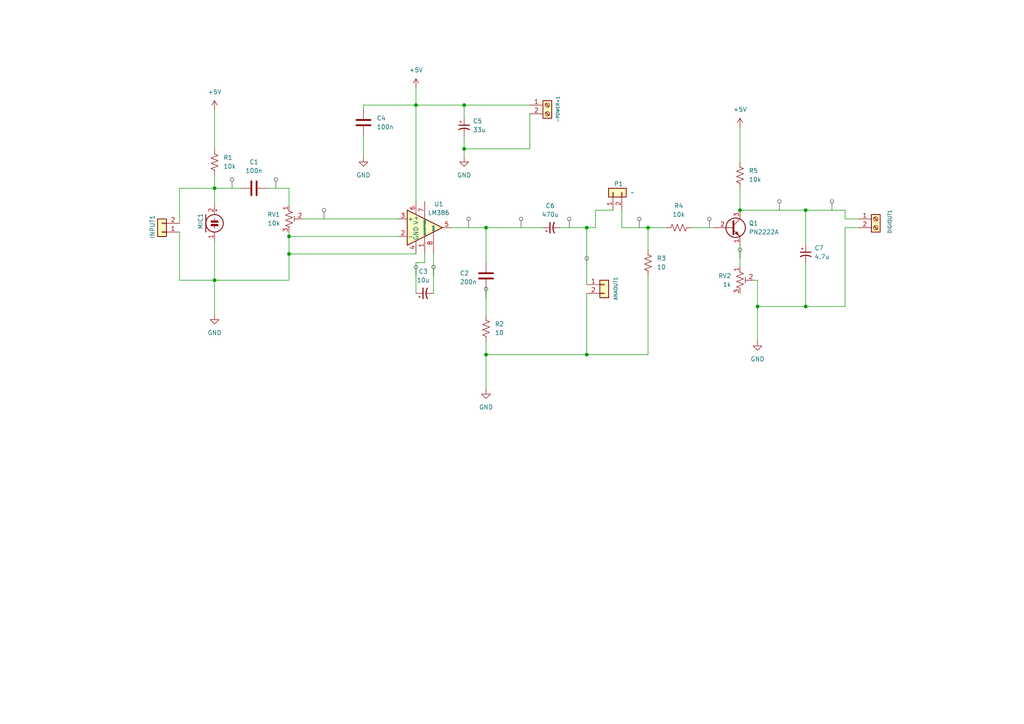
<source format=kicad_sch>
(kicad_sch
	(version 20231120)
	(generator "eeschema")
	(generator_version "8.0")
	(uuid "4b6a46ff-92f8-4f0e-8410-802aca35504a")
	(paper "A4")
	(title_block
		(title "Audio Amplifier")
		(date "2025-01-23")
		(rev "1.0")
		(comment 4 "Author: Mutyala Rahul")
	)
	(lib_symbols
		(symbol "Amplifier_Audio:LM386"
			(pin_names
				(offset 0.127)
			)
			(exclude_from_sim no)
			(in_bom yes)
			(on_board yes)
			(property "Reference" "U"
				(at 1.27 7.62 0)
				(effects
					(font
						(size 1.27 1.27)
					)
					(justify left)
				)
			)
			(property "Value" "LM386"
				(at 1.27 5.08 0)
				(effects
					(font
						(size 1.27 1.27)
					)
					(justify left)
				)
			)
			(property "Footprint" ""
				(at 2.54 2.54 0)
				(effects
					(font
						(size 1.27 1.27)
					)
					(hide yes)
				)
			)
			(property "Datasheet" "http://www.ti.com/lit/ds/symlink/lm386.pdf"
				(at 5.08 5.08 0)
				(effects
					(font
						(size 1.27 1.27)
					)
					(hide yes)
				)
			)
			(property "Description" "Low Voltage Audio Power Amplifier, DIP-8/SOIC-8/SSOP-8"
				(at 0 0 0)
				(effects
					(font
						(size 1.27 1.27)
					)
					(hide yes)
				)
			)
			(property "ki_keywords" "single Power opamp"
				(at 0 0 0)
				(effects
					(font
						(size 1.27 1.27)
					)
					(hide yes)
				)
			)
			(property "ki_fp_filters" "SOIC*3.9x4.9mm*P1.27mm* DIP*W7.62mm* MSSOP*P0.65mm* TSSOP*3x3mm*P0.5mm*"
				(at 0 0 0)
				(effects
					(font
						(size 1.27 1.27)
					)
					(hide yes)
				)
			)
			(symbol "LM386_0_1"
				(polyline
					(pts
						(xy 5.08 0) (xy -5.08 5.08) (xy -5.08 -5.08) (xy 5.08 0)
					)
					(stroke
						(width 0.254)
						(type default)
					)
					(fill
						(type background)
					)
				)
			)
			(symbol "LM386_1_1"
				(pin input line
					(at 0 -7.62 90)
					(length 5.08)
					(name "GAIN"
						(effects
							(font
								(size 0.508 0.508)
							)
						)
					)
					(number "1"
						(effects
							(font
								(size 1.27 1.27)
							)
						)
					)
				)
				(pin input line
					(at -7.62 -2.54 0)
					(length 2.54)
					(name "-"
						(effects
							(font
								(size 1.27 1.27)
							)
						)
					)
					(number "2"
						(effects
							(font
								(size 1.27 1.27)
							)
						)
					)
				)
				(pin input line
					(at -7.62 2.54 0)
					(length 2.54)
					(name "+"
						(effects
							(font
								(size 1.27 1.27)
							)
						)
					)
					(number "3"
						(effects
							(font
								(size 1.27 1.27)
							)
						)
					)
				)
				(pin power_in line
					(at -2.54 -7.62 90)
					(length 3.81)
					(name "GND"
						(effects
							(font
								(size 1.27 1.27)
							)
						)
					)
					(number "4"
						(effects
							(font
								(size 1.27 1.27)
							)
						)
					)
				)
				(pin output line
					(at 7.62 0 180)
					(length 2.54)
					(name "~"
						(effects
							(font
								(size 1.27 1.27)
							)
						)
					)
					(number "5"
						(effects
							(font
								(size 1.27 1.27)
							)
						)
					)
				)
				(pin power_in line
					(at -2.54 7.62 270)
					(length 3.81)
					(name "V+"
						(effects
							(font
								(size 1.27 1.27)
							)
						)
					)
					(number "6"
						(effects
							(font
								(size 1.27 1.27)
							)
						)
					)
				)
				(pin input line
					(at 0 7.62 270)
					(length 5.08)
					(name "BYPASS"
						(effects
							(font
								(size 0.508 0.508)
							)
						)
					)
					(number "7"
						(effects
							(font
								(size 1.27 1.27)
							)
						)
					)
				)
				(pin input line
					(at 2.54 -7.62 90)
					(length 6.35)
					(name "GAIN"
						(effects
							(font
								(size 0.508 0.508)
							)
						)
					)
					(number "8"
						(effects
							(font
								(size 1.27 1.27)
							)
						)
					)
				)
			)
		)
		(symbol "Connector:Screw_Terminal_01x02"
			(pin_names
				(offset 1.016) hide)
			(exclude_from_sim no)
			(in_bom yes)
			(on_board yes)
			(property "Reference" "J"
				(at 0 2.54 0)
				(effects
					(font
						(size 1.27 1.27)
					)
				)
			)
			(property "Value" "Screw_Terminal_01x02"
				(at 0 -5.08 0)
				(effects
					(font
						(size 1.27 1.27)
					)
				)
			)
			(property "Footprint" ""
				(at 0 0 0)
				(effects
					(font
						(size 1.27 1.27)
					)
					(hide yes)
				)
			)
			(property "Datasheet" "~"
				(at 0 0 0)
				(effects
					(font
						(size 1.27 1.27)
					)
					(hide yes)
				)
			)
			(property "Description" "Generic screw terminal, single row, 01x02, script generated (kicad-library-utils/schlib/autogen/connector/)"
				(at 0 0 0)
				(effects
					(font
						(size 1.27 1.27)
					)
					(hide yes)
				)
			)
			(property "ki_keywords" "screw terminal"
				(at 0 0 0)
				(effects
					(font
						(size 1.27 1.27)
					)
					(hide yes)
				)
			)
			(property "ki_fp_filters" "TerminalBlock*:*"
				(at 0 0 0)
				(effects
					(font
						(size 1.27 1.27)
					)
					(hide yes)
				)
			)
			(symbol "Screw_Terminal_01x02_1_1"
				(rectangle
					(start -1.27 1.27)
					(end 1.27 -3.81)
					(stroke
						(width 0.254)
						(type default)
					)
					(fill
						(type background)
					)
				)
				(circle
					(center 0 -2.54)
					(radius 0.635)
					(stroke
						(width 0.1524)
						(type default)
					)
					(fill
						(type none)
					)
				)
				(polyline
					(pts
						(xy -0.5334 -2.2098) (xy 0.3302 -3.048)
					)
					(stroke
						(width 0.1524)
						(type default)
					)
					(fill
						(type none)
					)
				)
				(polyline
					(pts
						(xy -0.5334 0.3302) (xy 0.3302 -0.508)
					)
					(stroke
						(width 0.1524)
						(type default)
					)
					(fill
						(type none)
					)
				)
				(polyline
					(pts
						(xy -0.3556 -2.032) (xy 0.508 -2.8702)
					)
					(stroke
						(width 0.1524)
						(type default)
					)
					(fill
						(type none)
					)
				)
				(polyline
					(pts
						(xy -0.3556 0.508) (xy 0.508 -0.3302)
					)
					(stroke
						(width 0.1524)
						(type default)
					)
					(fill
						(type none)
					)
				)
				(circle
					(center 0 0)
					(radius 0.635)
					(stroke
						(width 0.1524)
						(type default)
					)
					(fill
						(type none)
					)
				)
				(pin passive line
					(at -5.08 0 0)
					(length 3.81)
					(name "Pin_1"
						(effects
							(font
								(size 1.27 1.27)
							)
						)
					)
					(number "1"
						(effects
							(font
								(size 1.27 1.27)
							)
						)
					)
				)
				(pin passive line
					(at -5.08 -2.54 0)
					(length 3.81)
					(name "Pin_2"
						(effects
							(font
								(size 1.27 1.27)
							)
						)
					)
					(number "2"
						(effects
							(font
								(size 1.27 1.27)
							)
						)
					)
				)
			)
		)
		(symbol "Connector_Generic:Conn_01x02"
			(pin_names
				(offset 1.016) hide)
			(exclude_from_sim no)
			(in_bom yes)
			(on_board yes)
			(property "Reference" "J"
				(at 0 2.54 0)
				(effects
					(font
						(size 1.27 1.27)
					)
				)
			)
			(property "Value" "Conn_01x02"
				(at 0 -5.08 0)
				(effects
					(font
						(size 1.27 1.27)
					)
				)
			)
			(property "Footprint" ""
				(at 0 0 0)
				(effects
					(font
						(size 1.27 1.27)
					)
					(hide yes)
				)
			)
			(property "Datasheet" "~"
				(at 0 0 0)
				(effects
					(font
						(size 1.27 1.27)
					)
					(hide yes)
				)
			)
			(property "Description" "Generic connector, single row, 01x02, script generated (kicad-library-utils/schlib/autogen/connector/)"
				(at 0 0 0)
				(effects
					(font
						(size 1.27 1.27)
					)
					(hide yes)
				)
			)
			(property "ki_keywords" "connector"
				(at 0 0 0)
				(effects
					(font
						(size 1.27 1.27)
					)
					(hide yes)
				)
			)
			(property "ki_fp_filters" "Connector*:*_1x??_*"
				(at 0 0 0)
				(effects
					(font
						(size 1.27 1.27)
					)
					(hide yes)
				)
			)
			(symbol "Conn_01x02_1_1"
				(rectangle
					(start -1.27 -2.413)
					(end 0 -2.667)
					(stroke
						(width 0.1524)
						(type default)
					)
					(fill
						(type none)
					)
				)
				(rectangle
					(start -1.27 0.127)
					(end 0 -0.127)
					(stroke
						(width 0.1524)
						(type default)
					)
					(fill
						(type none)
					)
				)
				(rectangle
					(start -1.27 1.27)
					(end 1.27 -3.81)
					(stroke
						(width 0.254)
						(type default)
					)
					(fill
						(type background)
					)
				)
				(pin passive line
					(at -5.08 0 0)
					(length 3.81)
					(name "Pin_1"
						(effects
							(font
								(size 1.27 1.27)
							)
						)
					)
					(number "1"
						(effects
							(font
								(size 1.27 1.27)
							)
						)
					)
				)
				(pin passive line
					(at -5.08 -2.54 0)
					(length 3.81)
					(name "Pin_2"
						(effects
							(font
								(size 1.27 1.27)
							)
						)
					)
					(number "2"
						(effects
							(font
								(size 1.27 1.27)
							)
						)
					)
				)
			)
		)
		(symbol "Device:C"
			(pin_numbers hide)
			(pin_names
				(offset 0.254)
			)
			(exclude_from_sim no)
			(in_bom yes)
			(on_board yes)
			(property "Reference" "C"
				(at 0.635 2.54 0)
				(effects
					(font
						(size 1.27 1.27)
					)
					(justify left)
				)
			)
			(property "Value" "C"
				(at 0.635 -2.54 0)
				(effects
					(font
						(size 1.27 1.27)
					)
					(justify left)
				)
			)
			(property "Footprint" ""
				(at 0.9652 -3.81 0)
				(effects
					(font
						(size 1.27 1.27)
					)
					(hide yes)
				)
			)
			(property "Datasheet" "~"
				(at 0 0 0)
				(effects
					(font
						(size 1.27 1.27)
					)
					(hide yes)
				)
			)
			(property "Description" "Unpolarized capacitor"
				(at 0 0 0)
				(effects
					(font
						(size 1.27 1.27)
					)
					(hide yes)
				)
			)
			(property "ki_keywords" "cap capacitor"
				(at 0 0 0)
				(effects
					(font
						(size 1.27 1.27)
					)
					(hide yes)
				)
			)
			(property "ki_fp_filters" "C_*"
				(at 0 0 0)
				(effects
					(font
						(size 1.27 1.27)
					)
					(hide yes)
				)
			)
			(symbol "C_0_1"
				(polyline
					(pts
						(xy -2.032 -0.762) (xy 2.032 -0.762)
					)
					(stroke
						(width 0.508)
						(type default)
					)
					(fill
						(type none)
					)
				)
				(polyline
					(pts
						(xy -2.032 0.762) (xy 2.032 0.762)
					)
					(stroke
						(width 0.508)
						(type default)
					)
					(fill
						(type none)
					)
				)
			)
			(symbol "C_1_1"
				(pin passive line
					(at 0 3.81 270)
					(length 2.794)
					(name "~"
						(effects
							(font
								(size 1.27 1.27)
							)
						)
					)
					(number "1"
						(effects
							(font
								(size 1.27 1.27)
							)
						)
					)
				)
				(pin passive line
					(at 0 -3.81 90)
					(length 2.794)
					(name "~"
						(effects
							(font
								(size 1.27 1.27)
							)
						)
					)
					(number "2"
						(effects
							(font
								(size 1.27 1.27)
							)
						)
					)
				)
			)
		)
		(symbol "Device:C_Polarized_Small_US"
			(pin_numbers hide)
			(pin_names
				(offset 0.254) hide)
			(exclude_from_sim no)
			(in_bom yes)
			(on_board yes)
			(property "Reference" "C"
				(at 0.254 1.778 0)
				(effects
					(font
						(size 1.27 1.27)
					)
					(justify left)
				)
			)
			(property "Value" "C_Polarized_Small_US"
				(at 0.254 -2.032 0)
				(effects
					(font
						(size 1.27 1.27)
					)
					(justify left)
				)
			)
			(property "Footprint" ""
				(at 0 0 0)
				(effects
					(font
						(size 1.27 1.27)
					)
					(hide yes)
				)
			)
			(property "Datasheet" "~"
				(at 0 0 0)
				(effects
					(font
						(size 1.27 1.27)
					)
					(hide yes)
				)
			)
			(property "Description" "Polarized capacitor, small US symbol"
				(at 0 0 0)
				(effects
					(font
						(size 1.27 1.27)
					)
					(hide yes)
				)
			)
			(property "ki_keywords" "cap capacitor"
				(at 0 0 0)
				(effects
					(font
						(size 1.27 1.27)
					)
					(hide yes)
				)
			)
			(property "ki_fp_filters" "CP_*"
				(at 0 0 0)
				(effects
					(font
						(size 1.27 1.27)
					)
					(hide yes)
				)
			)
			(symbol "C_Polarized_Small_US_0_1"
				(polyline
					(pts
						(xy -1.524 0.508) (xy 1.524 0.508)
					)
					(stroke
						(width 0.3048)
						(type default)
					)
					(fill
						(type none)
					)
				)
				(polyline
					(pts
						(xy -1.27 1.524) (xy -0.762 1.524)
					)
					(stroke
						(width 0)
						(type default)
					)
					(fill
						(type none)
					)
				)
				(polyline
					(pts
						(xy -1.016 1.27) (xy -1.016 1.778)
					)
					(stroke
						(width 0)
						(type default)
					)
					(fill
						(type none)
					)
				)
				(arc
					(start 1.524 -0.762)
					(mid 0 -0.3734)
					(end -1.524 -0.762)
					(stroke
						(width 0.3048)
						(type default)
					)
					(fill
						(type none)
					)
				)
			)
			(symbol "C_Polarized_Small_US_1_1"
				(pin passive line
					(at 0 2.54 270)
					(length 2.032)
					(name "~"
						(effects
							(font
								(size 1.27 1.27)
							)
						)
					)
					(number "1"
						(effects
							(font
								(size 1.27 1.27)
							)
						)
					)
				)
				(pin passive line
					(at 0 -2.54 90)
					(length 2.032)
					(name "~"
						(effects
							(font
								(size 1.27 1.27)
							)
						)
					)
					(number "2"
						(effects
							(font
								(size 1.27 1.27)
							)
						)
					)
				)
			)
		)
		(symbol "Device:Microphone_Condenser"
			(pin_names
				(offset 0.0254) hide)
			(exclude_from_sim no)
			(in_bom yes)
			(on_board yes)
			(property "Reference" "MK"
				(at -3.302 1.27 0)
				(effects
					(font
						(size 1.27 1.27)
					)
					(justify right)
				)
			)
			(property "Value" "Microphone_Condenser"
				(at -3.302 -0.635 0)
				(effects
					(font
						(size 1.27 1.27)
					)
					(justify right)
				)
			)
			(property "Footprint" ""
				(at 0 2.54 90)
				(effects
					(font
						(size 1.27 1.27)
					)
					(hide yes)
				)
			)
			(property "Datasheet" "~"
				(at 0 2.54 90)
				(effects
					(font
						(size 1.27 1.27)
					)
					(hide yes)
				)
			)
			(property "Description" "Condenser microphone"
				(at 0 0 0)
				(effects
					(font
						(size 1.27 1.27)
					)
					(hide yes)
				)
			)
			(property "ki_keywords" "capacitance condenser microphone"
				(at 0 0 0)
				(effects
					(font
						(size 1.27 1.27)
					)
					(hide yes)
				)
			)
			(symbol "Microphone_Condenser_0_1"
				(polyline
					(pts
						(xy -2.54 2.54) (xy -2.54 -2.54)
					)
					(stroke
						(width 0.254)
						(type default)
					)
					(fill
						(type none)
					)
				)
				(polyline
					(pts
						(xy 0 -0.762) (xy 0 -1.524)
					)
					(stroke
						(width 0)
						(type default)
					)
					(fill
						(type none)
					)
				)
				(polyline
					(pts
						(xy 0 0.762) (xy 0 1.524)
					)
					(stroke
						(width 0)
						(type default)
					)
					(fill
						(type none)
					)
				)
				(polyline
					(pts
						(xy 0.254 3.81) (xy 0.762 3.81)
					)
					(stroke
						(width 0)
						(type default)
					)
					(fill
						(type none)
					)
				)
				(polyline
					(pts
						(xy 0.508 4.064) (xy 0.508 3.556)
					)
					(stroke
						(width 0)
						(type default)
					)
					(fill
						(type none)
					)
				)
				(circle
					(center 0 0)
					(radius 2.54)
					(stroke
						(width 0.254)
						(type default)
					)
					(fill
						(type none)
					)
				)
				(rectangle
					(start 1.016 -0.254)
					(end -1.016 -0.762)
					(stroke
						(width 0)
						(type default)
					)
					(fill
						(type outline)
					)
				)
				(rectangle
					(start 1.016 0.762)
					(end -1.016 0.254)
					(stroke
						(width 0)
						(type default)
					)
					(fill
						(type outline)
					)
				)
			)
			(symbol "Microphone_Condenser_1_1"
				(pin passive line
					(at 0 -5.08 90)
					(length 2.54)
					(name "-"
						(effects
							(font
								(size 1.27 1.27)
							)
						)
					)
					(number "1"
						(effects
							(font
								(size 1.27 1.27)
							)
						)
					)
				)
				(pin passive line
					(at 0 5.08 270)
					(length 2.54)
					(name "+"
						(effects
							(font
								(size 1.27 1.27)
							)
						)
					)
					(number "2"
						(effects
							(font
								(size 1.27 1.27)
							)
						)
					)
				)
			)
		)
		(symbol "Device:R_Potentiometer_Trim_US"
			(pin_names
				(offset 1.016) hide)
			(exclude_from_sim no)
			(in_bom yes)
			(on_board yes)
			(property "Reference" "RV"
				(at -4.445 0 90)
				(effects
					(font
						(size 1.27 1.27)
					)
				)
			)
			(property "Value" "R_Potentiometer_Trim_US"
				(at -2.54 0 90)
				(effects
					(font
						(size 1.27 1.27)
					)
				)
			)
			(property "Footprint" ""
				(at 0 0 0)
				(effects
					(font
						(size 1.27 1.27)
					)
					(hide yes)
				)
			)
			(property "Datasheet" "~"
				(at 0 0 0)
				(effects
					(font
						(size 1.27 1.27)
					)
					(hide yes)
				)
			)
			(property "Description" "Trim-potentiometer, US symbol"
				(at 0 0 0)
				(effects
					(font
						(size 1.27 1.27)
					)
					(hide yes)
				)
			)
			(property "ki_keywords" "resistor variable trimpot trimmer"
				(at 0 0 0)
				(effects
					(font
						(size 1.27 1.27)
					)
					(hide yes)
				)
			)
			(property "ki_fp_filters" "Potentiometer*"
				(at 0 0 0)
				(effects
					(font
						(size 1.27 1.27)
					)
					(hide yes)
				)
			)
			(symbol "R_Potentiometer_Trim_US_0_1"
				(polyline
					(pts
						(xy 0 -2.286) (xy 0 -2.54)
					)
					(stroke
						(width 0)
						(type default)
					)
					(fill
						(type none)
					)
				)
				(polyline
					(pts
						(xy 0 2.286) (xy 0 2.54)
					)
					(stroke
						(width 0)
						(type default)
					)
					(fill
						(type none)
					)
				)
				(polyline
					(pts
						(xy 1.524 0.762) (xy 1.524 -0.762)
					)
					(stroke
						(width 0)
						(type default)
					)
					(fill
						(type none)
					)
				)
				(polyline
					(pts
						(xy 2.54 0) (xy 1.524 0)
					)
					(stroke
						(width 0)
						(type default)
					)
					(fill
						(type none)
					)
				)
				(polyline
					(pts
						(xy 0 -0.762) (xy 1.016 -1.143) (xy 0 -1.524) (xy -1.016 -1.905) (xy 0 -2.286)
					)
					(stroke
						(width 0)
						(type default)
					)
					(fill
						(type none)
					)
				)
				(polyline
					(pts
						(xy 0 0.762) (xy 1.016 0.381) (xy 0 0) (xy -1.016 -0.381) (xy 0 -0.762)
					)
					(stroke
						(width 0)
						(type default)
					)
					(fill
						(type none)
					)
				)
				(polyline
					(pts
						(xy 0 2.286) (xy 1.016 1.905) (xy 0 1.524) (xy -1.016 1.143) (xy 0 0.762)
					)
					(stroke
						(width 0)
						(type default)
					)
					(fill
						(type none)
					)
				)
			)
			(symbol "R_Potentiometer_Trim_US_1_1"
				(pin passive line
					(at 0 3.81 270)
					(length 1.27)
					(name "1"
						(effects
							(font
								(size 1.27 1.27)
							)
						)
					)
					(number "1"
						(effects
							(font
								(size 1.27 1.27)
							)
						)
					)
				)
				(pin passive line
					(at 3.81 0 180)
					(length 1.27)
					(name "2"
						(effects
							(font
								(size 1.27 1.27)
							)
						)
					)
					(number "2"
						(effects
							(font
								(size 1.27 1.27)
							)
						)
					)
				)
				(pin passive line
					(at 0 -3.81 90)
					(length 1.27)
					(name "3"
						(effects
							(font
								(size 1.27 1.27)
							)
						)
					)
					(number "3"
						(effects
							(font
								(size 1.27 1.27)
							)
						)
					)
				)
			)
		)
		(symbol "Device:R_US"
			(pin_numbers hide)
			(pin_names
				(offset 0)
			)
			(exclude_from_sim no)
			(in_bom yes)
			(on_board yes)
			(property "Reference" "R"
				(at 2.54 0 90)
				(effects
					(font
						(size 1.27 1.27)
					)
				)
			)
			(property "Value" "R_US"
				(at -2.54 0 90)
				(effects
					(font
						(size 1.27 1.27)
					)
				)
			)
			(property "Footprint" ""
				(at 1.016 -0.254 90)
				(effects
					(font
						(size 1.27 1.27)
					)
					(hide yes)
				)
			)
			(property "Datasheet" "~"
				(at 0 0 0)
				(effects
					(font
						(size 1.27 1.27)
					)
					(hide yes)
				)
			)
			(property "Description" "Resistor, US symbol"
				(at 0 0 0)
				(effects
					(font
						(size 1.27 1.27)
					)
					(hide yes)
				)
			)
			(property "ki_keywords" "R res resistor"
				(at 0 0 0)
				(effects
					(font
						(size 1.27 1.27)
					)
					(hide yes)
				)
			)
			(property "ki_fp_filters" "R_*"
				(at 0 0 0)
				(effects
					(font
						(size 1.27 1.27)
					)
					(hide yes)
				)
			)
			(symbol "R_US_0_1"
				(polyline
					(pts
						(xy 0 -2.286) (xy 0 -2.54)
					)
					(stroke
						(width 0)
						(type default)
					)
					(fill
						(type none)
					)
				)
				(polyline
					(pts
						(xy 0 2.286) (xy 0 2.54)
					)
					(stroke
						(width 0)
						(type default)
					)
					(fill
						(type none)
					)
				)
				(polyline
					(pts
						(xy 0 -0.762) (xy 1.016 -1.143) (xy 0 -1.524) (xy -1.016 -1.905) (xy 0 -2.286)
					)
					(stroke
						(width 0)
						(type default)
					)
					(fill
						(type none)
					)
				)
				(polyline
					(pts
						(xy 0 0.762) (xy 1.016 0.381) (xy 0 0) (xy -1.016 -0.381) (xy 0 -0.762)
					)
					(stroke
						(width 0)
						(type default)
					)
					(fill
						(type none)
					)
				)
				(polyline
					(pts
						(xy 0 2.286) (xy 1.016 1.905) (xy 0 1.524) (xy -1.016 1.143) (xy 0 0.762)
					)
					(stroke
						(width 0)
						(type default)
					)
					(fill
						(type none)
					)
				)
			)
			(symbol "R_US_1_1"
				(pin passive line
					(at 0 3.81 270)
					(length 1.27)
					(name "~"
						(effects
							(font
								(size 1.27 1.27)
							)
						)
					)
					(number "1"
						(effects
							(font
								(size 1.27 1.27)
							)
						)
					)
				)
				(pin passive line
					(at 0 -3.81 90)
					(length 1.27)
					(name "~"
						(effects
							(font
								(size 1.27 1.27)
							)
						)
					)
					(number "2"
						(effects
							(font
								(size 1.27 1.27)
							)
						)
					)
				)
			)
		)
		(symbol "Transistor_BJT:PN2222A"
			(pin_names
				(offset 0) hide)
			(exclude_from_sim no)
			(in_bom yes)
			(on_board yes)
			(property "Reference" "Q"
				(at 5.08 1.905 0)
				(effects
					(font
						(size 1.27 1.27)
					)
					(justify left)
				)
			)
			(property "Value" "PN2222A"
				(at 5.08 0 0)
				(effects
					(font
						(size 1.27 1.27)
					)
					(justify left)
				)
			)
			(property "Footprint" "Package_TO_SOT_THT:TO-92_Inline"
				(at 5.08 -1.905 0)
				(effects
					(font
						(size 1.27 1.27)
						(italic yes)
					)
					(justify left)
					(hide yes)
				)
			)
			(property "Datasheet" "https://www.onsemi.com/pub/Collateral/PN2222-D.PDF"
				(at 0 0 0)
				(effects
					(font
						(size 1.27 1.27)
					)
					(justify left)
					(hide yes)
				)
			)
			(property "Description" "1A Ic, 40V Vce, NPN Transistor, General Purpose Transistor, TO-92"
				(at 0 0 0)
				(effects
					(font
						(size 1.27 1.27)
					)
					(hide yes)
				)
			)
			(property "ki_keywords" "NPN Transistor"
				(at 0 0 0)
				(effects
					(font
						(size 1.27 1.27)
					)
					(hide yes)
				)
			)
			(property "ki_fp_filters" "TO?92*"
				(at 0 0 0)
				(effects
					(font
						(size 1.27 1.27)
					)
					(hide yes)
				)
			)
			(symbol "PN2222A_0_1"
				(polyline
					(pts
						(xy 0 0) (xy 0.635 0)
					)
					(stroke
						(width 0)
						(type default)
					)
					(fill
						(type none)
					)
				)
				(polyline
					(pts
						(xy 2.54 -2.54) (xy 0.635 -0.635)
					)
					(stroke
						(width 0)
						(type default)
					)
					(fill
						(type none)
					)
				)
				(polyline
					(pts
						(xy 2.54 2.54) (xy 0.635 0.635)
					)
					(stroke
						(width 0)
						(type default)
					)
					(fill
						(type none)
					)
				)
				(polyline
					(pts
						(xy 0.635 1.905) (xy 0.635 -1.905) (xy 0.635 -1.905)
					)
					(stroke
						(width 0.508)
						(type default)
					)
					(fill
						(type none)
					)
				)
				(polyline
					(pts
						(xy 2.413 -2.413) (xy 1.905 -1.905) (xy 1.905 -1.905)
					)
					(stroke
						(width 0)
						(type default)
					)
					(fill
						(type none)
					)
				)
				(polyline
					(pts
						(xy 1.143 -1.651) (xy 1.651 -1.143) (xy 2.159 -2.159) (xy 1.143 -1.651) (xy 1.143 -1.651)
					)
					(stroke
						(width 0)
						(type default)
					)
					(fill
						(type outline)
					)
				)
				(circle
					(center 1.27 0)
					(radius 2.8194)
					(stroke
						(width 0.254)
						(type default)
					)
					(fill
						(type none)
					)
				)
			)
			(symbol "PN2222A_1_1"
				(pin passive line
					(at 2.54 -5.08 90)
					(length 2.54)
					(name "E"
						(effects
							(font
								(size 1.27 1.27)
							)
						)
					)
					(number "1"
						(effects
							(font
								(size 1.27 1.27)
							)
						)
					)
				)
				(pin input line
					(at -5.08 0 0)
					(length 5.08)
					(name "B"
						(effects
							(font
								(size 1.27 1.27)
							)
						)
					)
					(number "2"
						(effects
							(font
								(size 1.27 1.27)
							)
						)
					)
				)
				(pin passive line
					(at 2.54 5.08 270)
					(length 2.54)
					(name "C"
						(effects
							(font
								(size 1.27 1.27)
							)
						)
					)
					(number "3"
						(effects
							(font
								(size 1.27 1.27)
							)
						)
					)
				)
			)
		)
		(symbol "power:+5V"
			(power)
			(pin_numbers hide)
			(pin_names
				(offset 0) hide)
			(exclude_from_sim no)
			(in_bom yes)
			(on_board yes)
			(property "Reference" "#PWR"
				(at 0 -3.81 0)
				(effects
					(font
						(size 1.27 1.27)
					)
					(hide yes)
				)
			)
			(property "Value" "+5V"
				(at 0 3.556 0)
				(effects
					(font
						(size 1.27 1.27)
					)
				)
			)
			(property "Footprint" ""
				(at 0 0 0)
				(effects
					(font
						(size 1.27 1.27)
					)
					(hide yes)
				)
			)
			(property "Datasheet" ""
				(at 0 0 0)
				(effects
					(font
						(size 1.27 1.27)
					)
					(hide yes)
				)
			)
			(property "Description" "Power symbol creates a global label with name \"+5V\""
				(at 0 0 0)
				(effects
					(font
						(size 1.27 1.27)
					)
					(hide yes)
				)
			)
			(property "ki_keywords" "global power"
				(at 0 0 0)
				(effects
					(font
						(size 1.27 1.27)
					)
					(hide yes)
				)
			)
			(symbol "+5V_0_1"
				(polyline
					(pts
						(xy -0.762 1.27) (xy 0 2.54)
					)
					(stroke
						(width 0)
						(type default)
					)
					(fill
						(type none)
					)
				)
				(polyline
					(pts
						(xy 0 0) (xy 0 2.54)
					)
					(stroke
						(width 0)
						(type default)
					)
					(fill
						(type none)
					)
				)
				(polyline
					(pts
						(xy 0 2.54) (xy 0.762 1.27)
					)
					(stroke
						(width 0)
						(type default)
					)
					(fill
						(type none)
					)
				)
			)
			(symbol "+5V_1_1"
				(pin power_in line
					(at 0 0 90)
					(length 0)
					(name "~"
						(effects
							(font
								(size 1.27 1.27)
							)
						)
					)
					(number "1"
						(effects
							(font
								(size 1.27 1.27)
							)
						)
					)
				)
			)
		)
		(symbol "power:GND"
			(power)
			(pin_numbers hide)
			(pin_names
				(offset 0) hide)
			(exclude_from_sim no)
			(in_bom yes)
			(on_board yes)
			(property "Reference" "#PWR"
				(at 0 -6.35 0)
				(effects
					(font
						(size 1.27 1.27)
					)
					(hide yes)
				)
			)
			(property "Value" "GND"
				(at 0 -3.81 0)
				(effects
					(font
						(size 1.27 1.27)
					)
				)
			)
			(property "Footprint" ""
				(at 0 0 0)
				(effects
					(font
						(size 1.27 1.27)
					)
					(hide yes)
				)
			)
			(property "Datasheet" ""
				(at 0 0 0)
				(effects
					(font
						(size 1.27 1.27)
					)
					(hide yes)
				)
			)
			(property "Description" "Power symbol creates a global label with name \"GND\" , ground"
				(at 0 0 0)
				(effects
					(font
						(size 1.27 1.27)
					)
					(hide yes)
				)
			)
			(property "ki_keywords" "global power"
				(at 0 0 0)
				(effects
					(font
						(size 1.27 1.27)
					)
					(hide yes)
				)
			)
			(symbol "GND_0_1"
				(polyline
					(pts
						(xy 0 0) (xy 0 -1.27) (xy 1.27 -1.27) (xy 0 -2.54) (xy -1.27 -1.27) (xy 0 -1.27)
					)
					(stroke
						(width 0)
						(type default)
					)
					(fill
						(type none)
					)
				)
			)
			(symbol "GND_1_1"
				(pin power_in line
					(at 0 0 270)
					(length 0)
					(name "~"
						(effects
							(font
								(size 1.27 1.27)
							)
						)
					)
					(number "1"
						(effects
							(font
								(size 1.27 1.27)
							)
						)
					)
				)
			)
		)
	)
	(junction
		(at 140.97 66.04)
		(diameter 0)
		(color 0 0 0 0)
		(uuid "2d9a6285-8cd0-483d-a5b3-058e6a4a4913")
	)
	(junction
		(at 187.96 66.04)
		(diameter 0)
		(color 0 0 0 0)
		(uuid "4b9923a2-5ea4-4e5e-97d8-8cb35a24546a")
	)
	(junction
		(at 214.63 60.96)
		(diameter 0)
		(color 0 0 0 0)
		(uuid "4cae5088-1f4e-4db5-a986-ce1c0a3cf3af")
	)
	(junction
		(at 62.23 54.61)
		(diameter 0)
		(color 0 0 0 0)
		(uuid "607de843-0d34-464e-b2ff-d0719ab433d8")
	)
	(junction
		(at 134.62 43.18)
		(diameter 0)
		(color 0 0 0 0)
		(uuid "766d5347-42dc-4720-9dbe-efa8f528a18b")
	)
	(junction
		(at 140.97 102.87)
		(diameter 0)
		(color 0 0 0 0)
		(uuid "7bee36de-aba3-45ef-8f23-831b0abde42b")
	)
	(junction
		(at 233.68 60.96)
		(diameter 0)
		(color 0 0 0 0)
		(uuid "93b1c40e-0fda-40bf-b649-a96887f4bbb7")
	)
	(junction
		(at 134.62 30.48)
		(diameter 0)
		(color 0 0 0 0)
		(uuid "9ec57b87-fbc0-4786-9d91-53f10c64b1a6")
	)
	(junction
		(at 62.23 81.28)
		(diameter 0)
		(color 0 0 0 0)
		(uuid "b4b9515a-bd16-4d17-93e2-45923866e350")
	)
	(junction
		(at 120.65 30.48)
		(diameter 0)
		(color 0 0 0 0)
		(uuid "bb381f54-ea8b-4a95-a133-08558a18f054")
	)
	(junction
		(at 170.18 66.04)
		(diameter 0)
		(color 0 0 0 0)
		(uuid "c6e34e09-d610-4d40-bbfc-2344a3944cb6")
	)
	(junction
		(at 83.82 73.66)
		(diameter 0)
		(color 0 0 0 0)
		(uuid "cf673d2a-3c9f-424f-8c82-ef442e1c0003")
	)
	(junction
		(at 219.71 88.9)
		(diameter 0)
		(color 0 0 0 0)
		(uuid "d976893a-6c69-4835-a7f1-3df16251ee61")
	)
	(junction
		(at 170.18 102.87)
		(diameter 0)
		(color 0 0 0 0)
		(uuid "dde20ded-0aba-400f-9d8e-6d983f4a6274")
	)
	(junction
		(at 233.68 88.9)
		(diameter 0)
		(color 0 0 0 0)
		(uuid "ebc4d0c5-d0c1-4d54-85e7-50ffa3a8bf3d")
	)
	(junction
		(at 83.82 68.58)
		(diameter 0)
		(color 0 0 0 0)
		(uuid "fb55bbbb-7f6a-4b37-adc1-697f203b1225")
	)
	(wire
		(pts
			(xy 52.07 67.31) (xy 52.07 81.28)
		)
		(stroke
			(width 0)
			(type default)
		)
		(uuid "00943be1-83af-44b6-8428-00599d57ea36")
	)
	(wire
		(pts
			(xy 134.62 43.18) (xy 134.62 45.72)
		)
		(stroke
			(width 0)
			(type default)
		)
		(uuid "08890e07-98c3-4902-b530-10f1eb10dbf6")
	)
	(wire
		(pts
			(xy 52.07 81.28) (xy 62.23 81.28)
		)
		(stroke
			(width 0)
			(type default)
		)
		(uuid "0b0d1d44-5f65-438f-8857-d136fb025cac")
	)
	(wire
		(pts
			(xy 134.62 39.37) (xy 134.62 43.18)
		)
		(stroke
			(width 0)
			(type default)
		)
		(uuid "0dca85b6-2061-4918-8a1e-2a279e15858d")
	)
	(wire
		(pts
			(xy 200.66 66.04) (xy 207.01 66.04)
		)
		(stroke
			(width 0)
			(type default)
		)
		(uuid "1aacdb62-4325-43ba-a036-220c0ee77114")
	)
	(wire
		(pts
			(xy 83.82 68.58) (xy 83.82 73.66)
		)
		(stroke
			(width 0)
			(type default)
		)
		(uuid "1da38def-916f-4628-a63b-1a52579caf8e")
	)
	(wire
		(pts
			(xy 187.96 102.87) (xy 170.18 102.87)
		)
		(stroke
			(width 0)
			(type default)
		)
		(uuid "2aeac228-95fd-4489-992b-e2eda2d813e6")
	)
	(wire
		(pts
			(xy 134.62 43.18) (xy 153.67 43.18)
		)
		(stroke
			(width 0)
			(type default)
		)
		(uuid "2befd97a-77af-4c4f-a07d-45d6141a550a")
	)
	(wire
		(pts
			(xy 140.97 102.87) (xy 140.97 113.03)
		)
		(stroke
			(width 0)
			(type default)
		)
		(uuid "30960728-cfbc-40ed-b1a4-9a07bf8d66d0")
	)
	(wire
		(pts
			(xy 140.97 66.04) (xy 140.97 76.2)
		)
		(stroke
			(width 0)
			(type default)
		)
		(uuid "334bc9cf-b3c0-446f-bc58-1cb1f02f80fc")
	)
	(wire
		(pts
			(xy 105.41 31.75) (xy 105.41 30.48)
		)
		(stroke
			(width 0)
			(type default)
		)
		(uuid "3388cfa2-070b-4c78-8bb5-4ecf0ed6bcb9")
	)
	(wire
		(pts
			(xy 123.19 76.2) (xy 120.65 76.2)
		)
		(stroke
			(width 0)
			(type default)
		)
		(uuid "3b6d4c48-c377-48a6-af3b-b181e59650aa")
	)
	(wire
		(pts
			(xy 187.96 80.01) (xy 187.96 102.87)
		)
		(stroke
			(width 0)
			(type default)
		)
		(uuid "3bec5272-d7fd-4f17-b0b9-ec7818f9ce01")
	)
	(wire
		(pts
			(xy 140.97 83.82) (xy 140.97 91.44)
		)
		(stroke
			(width 0)
			(type default)
		)
		(uuid "4161dd11-37c4-4ae8-bcf0-da503d876b5e")
	)
	(wire
		(pts
			(xy 62.23 54.61) (xy 69.85 54.61)
		)
		(stroke
			(width 0)
			(type default)
		)
		(uuid "41967dda-3f5e-4015-a7c9-0bc9934b188b")
	)
	(wire
		(pts
			(xy 233.68 60.96) (xy 233.68 71.12)
		)
		(stroke
			(width 0)
			(type default)
		)
		(uuid "4212ce9e-3ddc-43c1-b1ed-00171fc2f7a3")
	)
	(wire
		(pts
			(xy 172.72 60.96) (xy 172.72 66.04)
		)
		(stroke
			(width 0)
			(type default)
		)
		(uuid "48698d6b-f66b-4650-b2b8-f51d01dc932c")
	)
	(wire
		(pts
			(xy 177.8 60.96) (xy 172.72 60.96)
		)
		(stroke
			(width 0)
			(type default)
		)
		(uuid "4892614c-6f3f-4d1e-b77e-8326ec85b5d2")
	)
	(wire
		(pts
			(xy 62.23 81.28) (xy 62.23 91.44)
		)
		(stroke
			(width 0)
			(type default)
		)
		(uuid "4b3fcc69-ff44-4955-8a86-d2720a11b783")
	)
	(wire
		(pts
			(xy 83.82 68.58) (xy 115.57 68.58)
		)
		(stroke
			(width 0)
			(type default)
		)
		(uuid "4b523aa0-e9e7-45fd-befd-080618c48a4d")
	)
	(wire
		(pts
			(xy 77.47 54.61) (xy 83.82 54.61)
		)
		(stroke
			(width 0)
			(type default)
		)
		(uuid "4f3b68c9-5053-40e0-90db-2c09a2273251")
	)
	(wire
		(pts
			(xy 83.82 73.66) (xy 120.65 73.66)
		)
		(stroke
			(width 0)
			(type default)
		)
		(uuid "5080d9f1-3eb9-43f0-8e7d-f3f84d98430f")
	)
	(wire
		(pts
			(xy 123.19 73.66) (xy 123.19 76.2)
		)
		(stroke
			(width 0)
			(type default)
		)
		(uuid "52a01d71-3ade-473a-8b67-1fa1f7e67880")
	)
	(wire
		(pts
			(xy 233.68 60.96) (xy 245.11 60.96)
		)
		(stroke
			(width 0)
			(type default)
		)
		(uuid "5312c193-ed4f-45d1-988e-59820b8e2b3b")
	)
	(wire
		(pts
			(xy 170.18 102.87) (xy 140.97 102.87)
		)
		(stroke
			(width 0)
			(type default)
		)
		(uuid "54cac049-c08f-46d4-8f0a-358bcff7cc88")
	)
	(wire
		(pts
			(xy 83.82 81.28) (xy 62.23 81.28)
		)
		(stroke
			(width 0)
			(type default)
		)
		(uuid "58257630-665e-4dd4-889f-d2fff7539f7c")
	)
	(wire
		(pts
			(xy 134.62 30.48) (xy 120.65 30.48)
		)
		(stroke
			(width 0)
			(type default)
		)
		(uuid "5e04974f-b134-437c-ac59-d36cfd836e49")
	)
	(wire
		(pts
			(xy 214.63 60.96) (xy 233.68 60.96)
		)
		(stroke
			(width 0)
			(type default)
		)
		(uuid "623d2b85-64cc-4464-9dd4-105237ac7e4b")
	)
	(wire
		(pts
			(xy 140.97 99.06) (xy 140.97 102.87)
		)
		(stroke
			(width 0)
			(type default)
		)
		(uuid "64966f3e-c5e7-4fbf-afbf-4eb87fe2bf6f")
	)
	(wire
		(pts
			(xy 219.71 99.06) (xy 219.71 88.9)
		)
		(stroke
			(width 0)
			(type default)
		)
		(uuid "64d9d80f-3dc4-473f-89df-f6616dec4125")
	)
	(wire
		(pts
			(xy 214.63 54.61) (xy 214.63 60.96)
		)
		(stroke
			(width 0)
			(type default)
		)
		(uuid "68de7b98-b187-4535-b862-58d35bb312ea")
	)
	(wire
		(pts
			(xy 170.18 66.04) (xy 170.18 82.55)
		)
		(stroke
			(width 0)
			(type default)
		)
		(uuid "6de96de8-7535-483b-9260-9d062c1e6989")
	)
	(wire
		(pts
			(xy 105.41 39.37) (xy 105.41 45.72)
		)
		(stroke
			(width 0)
			(type default)
		)
		(uuid "6f16fef6-99a7-4e91-92af-319990c57165")
	)
	(wire
		(pts
			(xy 62.23 54.61) (xy 62.23 59.69)
		)
		(stroke
			(width 0)
			(type default)
		)
		(uuid "712fd036-cb3d-47a8-ab6b-43ed0f5529c9")
	)
	(wire
		(pts
			(xy 120.65 76.2) (xy 120.65 85.09)
		)
		(stroke
			(width 0)
			(type default)
		)
		(uuid "72452010-5877-4319-a581-3ffa68aafd78")
	)
	(wire
		(pts
			(xy 83.82 59.69) (xy 83.82 54.61)
		)
		(stroke
			(width 0)
			(type default)
		)
		(uuid "74d905ca-496d-4e0b-910b-774355d54d78")
	)
	(wire
		(pts
			(xy 83.82 73.66) (xy 83.82 81.28)
		)
		(stroke
			(width 0)
			(type default)
		)
		(uuid "75e6d7b1-88d9-4e6c-9dce-7e7ea64d629e")
	)
	(wire
		(pts
			(xy 233.68 88.9) (xy 245.11 88.9)
		)
		(stroke
			(width 0)
			(type default)
		)
		(uuid "764345ca-2e83-4846-aafb-0c08ce54deb7")
	)
	(wire
		(pts
			(xy 245.11 63.5) (xy 248.92 63.5)
		)
		(stroke
			(width 0)
			(type default)
		)
		(uuid "7b6e1e51-5934-4632-9db1-adb326ade14d")
	)
	(wire
		(pts
			(xy 87.63 63.5) (xy 115.57 63.5)
		)
		(stroke
			(width 0)
			(type default)
		)
		(uuid "7e224831-3d6d-4f5d-b205-fe11efe2a8ea")
	)
	(wire
		(pts
			(xy 52.07 64.77) (xy 52.07 54.61)
		)
		(stroke
			(width 0)
			(type default)
		)
		(uuid "7f5f2cd6-d409-46c5-80dd-949e862d4a45")
	)
	(wire
		(pts
			(xy 245.11 66.04) (xy 248.92 66.04)
		)
		(stroke
			(width 0)
			(type default)
		)
		(uuid "810473d2-cab0-4f4e-a3d3-bfbf37f6fe5f")
	)
	(wire
		(pts
			(xy 52.07 54.61) (xy 62.23 54.61)
		)
		(stroke
			(width 0)
			(type default)
		)
		(uuid "8420891a-68ae-45c4-a868-b1cef7d6084f")
	)
	(wire
		(pts
			(xy 170.18 66.04) (xy 162.56 66.04)
		)
		(stroke
			(width 0)
			(type default)
		)
		(uuid "8491d0e6-99a9-4fe1-aa8e-f0c403cc0d79")
	)
	(wire
		(pts
			(xy 245.11 66.04) (xy 245.11 88.9)
		)
		(stroke
			(width 0)
			(type default)
		)
		(uuid "8ba21823-f43d-4bc6-ba49-989ccac1679c")
	)
	(wire
		(pts
			(xy 125.73 73.66) (xy 125.73 85.09)
		)
		(stroke
			(width 0)
			(type default)
		)
		(uuid "8c0e3632-3fb8-4519-81bf-d40e42edd769")
	)
	(wire
		(pts
			(xy 120.65 25.4) (xy 120.65 30.48)
		)
		(stroke
			(width 0)
			(type default)
		)
		(uuid "919678e8-6795-4f5b-857d-65a311e58a58")
	)
	(wire
		(pts
			(xy 62.23 50.8) (xy 62.23 54.61)
		)
		(stroke
			(width 0)
			(type default)
		)
		(uuid "95da2423-99b4-47f2-9e16-388151da23e0")
	)
	(wire
		(pts
			(xy 134.62 30.48) (xy 153.67 30.48)
		)
		(stroke
			(width 0)
			(type default)
		)
		(uuid "96f2b9a5-9e57-46a6-8bb3-a6f5002d14a8")
	)
	(wire
		(pts
			(xy 83.82 67.31) (xy 83.82 68.58)
		)
		(stroke
			(width 0)
			(type default)
		)
		(uuid "975dc68e-e52d-4f41-a23c-70eadd9bd439")
	)
	(wire
		(pts
			(xy 134.62 34.29) (xy 134.62 30.48)
		)
		(stroke
			(width 0)
			(type default)
		)
		(uuid "9e230988-12e7-4ba6-87e8-176ddd05476c")
	)
	(wire
		(pts
			(xy 172.72 66.04) (xy 170.18 66.04)
		)
		(stroke
			(width 0)
			(type default)
		)
		(uuid "a263a1ba-cfad-40a6-a83b-667091659935")
	)
	(wire
		(pts
			(xy 233.68 88.9) (xy 219.71 88.9)
		)
		(stroke
			(width 0)
			(type default)
		)
		(uuid "aa2354c1-ce54-4aae-825c-52356c29cf00")
	)
	(wire
		(pts
			(xy 219.71 88.9) (xy 219.71 81.28)
		)
		(stroke
			(width 0)
			(type default)
		)
		(uuid "b47135d4-e707-46f6-8aa9-5ec7cbd3994e")
	)
	(wire
		(pts
			(xy 245.11 60.96) (xy 245.11 63.5)
		)
		(stroke
			(width 0)
			(type default)
		)
		(uuid "bc1b7f4d-1231-48b4-a1df-d6f7f1b00c89")
	)
	(wire
		(pts
			(xy 105.41 30.48) (xy 120.65 30.48)
		)
		(stroke
			(width 0)
			(type default)
		)
		(uuid "bc7de21d-0207-4a02-aecb-c980dc9abe04")
	)
	(wire
		(pts
			(xy 130.81 66.04) (xy 140.97 66.04)
		)
		(stroke
			(width 0)
			(type default)
		)
		(uuid "bfa75541-6dab-4a02-9b39-64247b67a01f")
	)
	(wire
		(pts
			(xy 170.18 85.09) (xy 170.18 102.87)
		)
		(stroke
			(width 0)
			(type default)
		)
		(uuid "c0e6938e-83e4-4ea6-a0eb-375a481430b6")
	)
	(wire
		(pts
			(xy 153.67 33.02) (xy 153.67 43.18)
		)
		(stroke
			(width 0)
			(type default)
		)
		(uuid "c81d2f96-c3bf-49fd-a666-cf2b8d1bd3fb")
	)
	(wire
		(pts
			(xy 157.48 66.04) (xy 140.97 66.04)
		)
		(stroke
			(width 0)
			(type default)
		)
		(uuid "c9ab793a-559d-419e-9fe7-25e230fcadae")
	)
	(wire
		(pts
			(xy 120.65 30.48) (xy 120.65 58.42)
		)
		(stroke
			(width 0)
			(type default)
		)
		(uuid "cadedce8-24e5-43d3-bd7a-0feb6dbcd652")
	)
	(wire
		(pts
			(xy 180.34 66.04) (xy 187.96 66.04)
		)
		(stroke
			(width 0)
			(type default)
		)
		(uuid "d1af4b58-9528-4f6b-8c9b-cd43ef4d9417")
	)
	(wire
		(pts
			(xy 233.68 76.2) (xy 233.68 88.9)
		)
		(stroke
			(width 0)
			(type default)
		)
		(uuid "da76973a-b46a-4298-a141-2818d35690be")
	)
	(wire
		(pts
			(xy 214.63 71.12) (xy 214.63 77.47)
		)
		(stroke
			(width 0)
			(type default)
		)
		(uuid "dc252f8c-fc32-4dfd-85b3-965662411894")
	)
	(wire
		(pts
			(xy 187.96 66.04) (xy 187.96 72.39)
		)
		(stroke
			(width 0)
			(type default)
		)
		(uuid "dff64d85-20a0-4270-8cb6-9fbf672481e1")
	)
	(wire
		(pts
			(xy 180.34 60.96) (xy 180.34 66.04)
		)
		(stroke
			(width 0)
			(type default)
		)
		(uuid "e62b04b1-3b96-4c5d-9bd2-4eeef3b3fffc")
	)
	(wire
		(pts
			(xy 219.71 81.28) (xy 218.44 81.28)
		)
		(stroke
			(width 0)
			(type default)
		)
		(uuid "eadec562-4a40-4cf6-b00b-3346af958bc4")
	)
	(wire
		(pts
			(xy 187.96 66.04) (xy 193.04 66.04)
		)
		(stroke
			(width 0)
			(type default)
		)
		(uuid "f289a5bf-9f66-4ba1-9e4c-9b514a429733")
	)
	(wire
		(pts
			(xy 62.23 69.85) (xy 62.23 81.28)
		)
		(stroke
			(width 0)
			(type default)
		)
		(uuid "f2ba1220-3d32-4f79-a38c-550edded1488")
	)
	(wire
		(pts
			(xy 214.63 36.83) (xy 214.63 46.99)
		)
		(stroke
			(width 0)
			(type default)
		)
		(uuid "fa22b261-3a04-422f-a67f-616c0949e09f")
	)
	(wire
		(pts
			(xy 62.23 31.75) (xy 62.23 43.18)
		)
		(stroke
			(width 0)
			(type default)
		)
		(uuid "fd4edc66-2f60-4daa-9259-6efbfa6445ea")
	)
	(netclass_flag ""
		(length 2.54)
		(shape round)
		(at 205.74 66.04 0)
		(fields_autoplaced yes)
		(effects
			(font
				(size 1.27 1.27)
			)
			(justify left bottom)
		)
		(uuid "06985a05-a3da-4dee-bf49-d86f731de75c")
		(property "Netclass" "signal"
			(at 206.4385 63.5 0)
			(effects
				(font
					(size 1.27 1.27)
					(italic yes)
				)
				(justify left)
				(hide yes)
			)
		)
	)
	(netclass_flag ""
		(length 2.54)
		(shape round)
		(at 120.65 80.01 0)
		(fields_autoplaced yes)
		(effects
			(font
				(size 1.27 1.27)
			)
			(justify left bottom)
		)
		(uuid "0b377d8a-61b7-4858-ab3e-0a4a2d627ee8")
		(property "Netclass" "signal"
			(at 121.3485 77.47 0)
			(effects
				(font
					(size 1.27 1.27)
					(italic yes)
				)
				(justify left)
				(hide yes)
			)
		)
	)
	(netclass_flag ""
		(length 2.54)
		(shape round)
		(at 135.89 66.04 0)
		(fields_autoplaced yes)
		(effects
			(font
				(size 1.27 1.27)
			)
			(justify left bottom)
		)
		(uuid "14e053c8-5a05-4ac4-9c33-f46ec428ccb1")
		(property "Netclass" "signal"
			(at 136.5885 63.5 0)
			(effects
				(font
					(size 1.27 1.27)
					(italic yes)
				)
				(justify left)
				(hide yes)
			)
		)
	)
	(netclass_flag ""
		(length 2.54)
		(shape round)
		(at 165.1 66.04 0)
		(fields_autoplaced yes)
		(effects
			(font
				(size 1.27 1.27)
			)
			(justify left bottom)
		)
		(uuid "15ea0022-680b-4603-959b-ae10bfc40ac2")
		(property "Netclass" "signal"
			(at 165.7985 63.5 0)
			(effects
				(font
					(size 1.27 1.27)
					(italic yes)
				)
				(justify left)
				(hide yes)
			)
		)
	)
	(netclass_flag ""
		(length 2.54)
		(shape round)
		(at 241.3 60.96 0)
		(fields_autoplaced yes)
		(effects
			(font
				(size 1.27 1.27)
			)
			(justify left bottom)
		)
		(uuid "22b96735-97a1-4cb8-bf59-cbfe81acba03")
		(property "Netclass" "signal"
			(at 241.9985 58.42 0)
			(effects
				(font
					(size 1.27 1.27)
					(italic yes)
				)
				(justify left)
				(hide yes)
			)
		)
	)
	(netclass_flag ""
		(length 2.54)
		(shape round)
		(at 170.18 77.47 0)
		(fields_autoplaced yes)
		(effects
			(font
				(size 1.27 1.27)
			)
			(justify left bottom)
		)
		(uuid "2ba5fd49-a6f6-4669-a777-efb80fef3357")
		(property "Netclass" "signal"
			(at 170.8785 74.93 0)
			(effects
				(font
					(size 1.27 1.27)
					(italic yes)
				)
				(justify left)
				(hide yes)
			)
		)
	)
	(netclass_flag ""
		(length 2.54)
		(shape round)
		(at 140.97 86.36 0)
		(fields_autoplaced yes)
		(effects
			(font
				(size 1.27 1.27)
			)
			(justify left bottom)
		)
		(uuid "44d0b009-80ee-48df-a250-180549101837")
		(property "Netclass" "signal"
			(at 141.6685 83.82 0)
			(effects
				(font
					(size 1.27 1.27)
					(italic yes)
				)
				(justify left)
				(hide yes)
			)
		)
	)
	(netclass_flag ""
		(length 2.54)
		(shape round)
		(at 151.13 66.04 0)
		(fields_autoplaced yes)
		(effects
			(font
				(size 1.27 1.27)
			)
			(justify left bottom)
		)
		(uuid "78876a03-2820-47f6-ada3-cf88d064151b")
		(property "Netclass" "signal"
			(at 151.8285 63.5 0)
			(effects
				(font
					(size 1.27 1.27)
					(italic yes)
				)
				(justify left)
				(hide yes)
			)
		)
	)
	(netclass_flag ""
		(length 2.54)
		(shape round)
		(at 80.01 54.61 0)
		(fields_autoplaced yes)
		(effects
			(font
				(size 1.27 1.27)
			)
			(justify left bottom)
		)
		(uuid "8ad53a59-16b9-4385-95ef-e6e549f70495")
		(property "Netclass" "signal"
			(at 80.7085 52.07 0)
			(effects
				(font
					(size 1.27 1.27)
					(italic yes)
				)
				(justify left)
				(hide yes)
			)
		)
	)
	(netclass_flag ""
		(length 2.54)
		(shape round)
		(at 93.98 63.5 0)
		(fields_autoplaced yes)
		(effects
			(font
				(size 1.27 1.27)
			)
			(justify left bottom)
		)
		(uuid "901dbd62-f48a-4411-9a8e-d8fe1980c1e3")
		(property "Netclass" "signal"
			(at 94.6785 60.96 0)
			(effects
				(font
					(size 1.27 1.27)
					(italic yes)
				)
				(justify left)
				(hide yes)
			)
		)
	)
	(netclass_flag ""
		(length 2.54)
		(shape round)
		(at 185.42 66.04 0)
		(fields_autoplaced yes)
		(effects
			(font
				(size 1.27 1.27)
			)
			(justify left bottom)
		)
		(uuid "a1b953a6-01e9-4ad9-ac2f-66f324f6df04")
		(property "Netclass" "signal"
			(at 186.1185 63.5 0)
			(effects
				(font
					(size 1.27 1.27)
					(italic yes)
				)
				(justify left)
				(hide yes)
			)
		)
	)
	(netclass_flag ""
		(length 2.54)
		(shape round)
		(at 226.06 60.96 0)
		(fields_autoplaced yes)
		(effects
			(font
				(size 1.27 1.27)
			)
			(justify left bottom)
		)
		(uuid "b10f0e64-a7ec-4c14-8410-146d3e9a9b78")
		(property "Netclass" "signal"
			(at 226.7585 58.42 0)
			(effects
				(font
					(size 1.27 1.27)
					(italic yes)
				)
				(justify left)
				(hide yes)
			)
		)
	)
	(netclass_flag ""
		(length 2.54)
		(shape round)
		(at 67.31 54.61 0)
		(fields_autoplaced yes)
		(effects
			(font
				(size 1.27 1.27)
			)
			(justify left bottom)
		)
		(uuid "d047526c-3f1d-4948-997e-6b9e607689b4")
		(property "Netclass" "signal"
			(at 68.0085 52.07 0)
			(effects
				(font
					(size 1.27 1.27)
					(italic yes)
				)
				(justify left)
				(hide yes)
			)
		)
	)
	(netclass_flag ""
		(length 2.54)
		(shape round)
		(at 214.63 74.93 0)
		(fields_autoplaced yes)
		(effects
			(font
				(size 1.27 1.27)
			)
			(justify left bottom)
		)
		(uuid "e78d29f0-aaf5-4f73-a5fa-71d5fc0ba5ab")
		(property "Netclass" "signal"
			(at 215.3285 72.39 0)
			(effects
				(font
					(size 1.27 1.27)
					(italic yes)
				)
				(justify left)
				(hide yes)
			)
		)
	)
	(netclass_flag ""
		(length 2.54)
		(shape round)
		(at 125.73 80.01 0)
		(fields_autoplaced yes)
		(effects
			(font
				(size 1.27 1.27)
			)
			(justify left bottom)
		)
		(uuid "f34ca151-5c37-44de-9d55-ed7215a30723")
		(property "Netclass" "signal"
			(at 126.4285 77.47 0)
			(effects
				(font
					(size 1.27 1.27)
					(italic yes)
				)
				(justify left)
				(hide yes)
			)
		)
	)
	(symbol
		(lib_id "Device:C")
		(at 140.97 80.01 180)
		(unit 1)
		(exclude_from_sim no)
		(in_bom yes)
		(on_board yes)
		(dnp no)
		(uuid "00f906be-fd8c-4017-ba20-a7f87a19657d")
		(property "Reference" "C2"
			(at 133.35 79.248 0)
			(effects
				(font
					(size 1.27 1.27)
				)
				(justify right)
			)
		)
		(property "Value" "200n"
			(at 133.35 81.788 0)
			(effects
				(font
					(size 1.27 1.27)
				)
				(justify right)
			)
		)
		(property "Footprint" "Capacitor_THT:C_Rect_L4.6mm_W3.0mm_P2.50mm_MKS02_FKP02"
			(at 140.0048 76.2 0)
			(effects
				(font
					(size 1.27 1.27)
				)
				(hide yes)
			)
		)
		(property "Datasheet" "~"
			(at 140.97 80.01 0)
			(effects
				(font
					(size 1.27 1.27)
				)
				(hide yes)
			)
		)
		(property "Description" "Unpolarized capacitor"
			(at 140.97 80.01 0)
			(effects
				(font
					(size 1.27 1.27)
				)
				(hide yes)
			)
		)
		(pin "2"
			(uuid "44ba4287-09e6-4a45-836a-31c999057182")
		)
		(pin "1"
			(uuid "69a210d8-ad16-40ea-b45e-bdf25271750e")
		)
		(instances
			(project "soundAmplifierCircuit"
				(path "/4b6a46ff-92f8-4f0e-8410-802aca35504a"
					(reference "C2")
					(unit 1)
				)
			)
		)
	)
	(symbol
		(lib_id "Device:R_US")
		(at 62.23 46.99 0)
		(unit 1)
		(exclude_from_sim no)
		(in_bom yes)
		(on_board yes)
		(dnp no)
		(fields_autoplaced yes)
		(uuid "0dffdf3d-92ba-4407-b144-895ac81ce625")
		(property "Reference" "R1"
			(at 64.77 45.7199 0)
			(effects
				(font
					(size 1.27 1.27)
				)
				(justify left)
			)
		)
		(property "Value" "10k"
			(at 64.77 48.2599 0)
			(effects
				(font
					(size 1.27 1.27)
				)
				(justify left)
			)
		)
		(property "Footprint" "Resistor_THT:R_Axial_DIN0207_L6.3mm_D2.5mm_P10.16mm_Horizontal"
			(at 63.246 47.244 90)
			(effects
				(font
					(size 1.27 1.27)
				)
				(hide yes)
			)
		)
		(property "Datasheet" "~"
			(at 62.23 46.99 0)
			(effects
				(font
					(size 1.27 1.27)
				)
				(hide yes)
			)
		)
		(property "Description" "Resistor, US symbol"
			(at 62.23 46.99 0)
			(effects
				(font
					(size 1.27 1.27)
				)
				(hide yes)
			)
		)
		(pin "1"
			(uuid "19cc4e26-0875-4369-a10d-0cea760aae7f")
		)
		(pin "2"
			(uuid "2884a450-9214-459a-a135-0b700722eed7")
		)
		(instances
			(project ""
				(path "/4b6a46ff-92f8-4f0e-8410-802aca35504a"
					(reference "R1")
					(unit 1)
				)
			)
		)
	)
	(symbol
		(lib_id "Device:C")
		(at 105.41 35.56 180)
		(unit 1)
		(exclude_from_sim no)
		(in_bom yes)
		(on_board yes)
		(dnp no)
		(fields_autoplaced yes)
		(uuid "0ed4437e-dd83-435b-8ece-af0e96ea948f")
		(property "Reference" "C4"
			(at 109.22 34.2899 0)
			(effects
				(font
					(size 1.27 1.27)
				)
				(justify right)
			)
		)
		(property "Value" "100n"
			(at 109.22 36.8299 0)
			(effects
				(font
					(size 1.27 1.27)
				)
				(justify right)
			)
		)
		(property "Footprint" "Capacitor_THT:C_Rect_L4.6mm_W3.0mm_P2.50mm_MKS02_FKP02"
			(at 104.4448 31.75 0)
			(effects
				(font
					(size 1.27 1.27)
				)
				(hide yes)
			)
		)
		(property "Datasheet" "~"
			(at 105.41 35.56 0)
			(effects
				(font
					(size 1.27 1.27)
				)
				(hide yes)
			)
		)
		(property "Description" "Unpolarized capacitor"
			(at 105.41 35.56 0)
			(effects
				(font
					(size 1.27 1.27)
				)
				(hide yes)
			)
		)
		(pin "2"
			(uuid "61215a7a-ebce-40ac-8b29-ad1d61033067")
		)
		(pin "1"
			(uuid "29ac7777-7cd0-46f5-91e2-244f78093dd4")
		)
		(instances
			(project "soundAmplifierCircuit"
				(path "/4b6a46ff-92f8-4f0e-8410-802aca35504a"
					(reference "C4")
					(unit 1)
				)
			)
		)
	)
	(symbol
		(lib_id "Device:Microphone_Condenser")
		(at 62.23 64.77 0)
		(unit 1)
		(exclude_from_sim no)
		(in_bom yes)
		(on_board yes)
		(dnp no)
		(uuid "13a4e220-93c0-49f2-9c17-bfbed7a083a7")
		(property "Reference" "MIC1"
			(at 58.166 66.548 90)
			(effects
				(font
					(size 1.27 1.27)
				)
				(justify left)
			)
		)
		(property "Value" "~"
			(at 66.04 65.3414 0)
			(effects
				(font
					(size 1.27 1.27)
				)
				(justify left)
				(hide yes)
			)
		)
		(property "Footprint" "Sensor_Audio:POM-2244P-C3310-2-R"
			(at 62.23 62.23 90)
			(effects
				(font
					(size 1.27 1.27)
				)
				(hide yes)
			)
		)
		(property "Datasheet" "~"
			(at 62.23 62.23 90)
			(effects
				(font
					(size 1.27 1.27)
				)
				(hide yes)
			)
		)
		(property "Description" "Condenser microphone"
			(at 62.23 64.77 0)
			(effects
				(font
					(size 1.27 1.27)
				)
				(hide yes)
			)
		)
		(pin "1"
			(uuid "0086ae8c-a4dd-4c91-a013-49dce54b550c")
		)
		(pin "2"
			(uuid "2ea10892-e180-41ca-8e9f-e088d6099f33")
		)
		(instances
			(project ""
				(path "/4b6a46ff-92f8-4f0e-8410-802aca35504a"
					(reference "MIC1")
					(unit 1)
				)
			)
		)
	)
	(symbol
		(lib_id "Device:C")
		(at 73.66 54.61 90)
		(unit 1)
		(exclude_from_sim no)
		(in_bom yes)
		(on_board yes)
		(dnp no)
		(fields_autoplaced yes)
		(uuid "154b0e87-d044-4bef-a897-591586ecfc95")
		(property "Reference" "C1"
			(at 73.66 46.99 90)
			(effects
				(font
					(size 1.27 1.27)
				)
			)
		)
		(property "Value" "100n"
			(at 73.66 49.53 90)
			(effects
				(font
					(size 1.27 1.27)
				)
			)
		)
		(property "Footprint" "Capacitor_THT:C_Rect_L4.6mm_W3.0mm_P2.50mm_MKS02_FKP02"
			(at 77.47 53.6448 0)
			(effects
				(font
					(size 1.27 1.27)
				)
				(hide yes)
			)
		)
		(property "Datasheet" "~"
			(at 73.66 54.61 0)
			(effects
				(font
					(size 1.27 1.27)
				)
				(hide yes)
			)
		)
		(property "Description" "Unpolarized capacitor"
			(at 73.66 54.61 0)
			(effects
				(font
					(size 1.27 1.27)
				)
				(hide yes)
			)
		)
		(pin "2"
			(uuid "95a46de8-9f3d-4321-a4a0-36b5153ba086")
		)
		(pin "1"
			(uuid "e6385807-1740-41a9-842d-a2ed76090aca")
		)
		(instances
			(project ""
				(path "/4b6a46ff-92f8-4f0e-8410-802aca35504a"
					(reference "C1")
					(unit 1)
				)
			)
		)
	)
	(symbol
		(lib_id "Device:C_Polarized_Small_US")
		(at 160.02 66.04 90)
		(unit 1)
		(exclude_from_sim no)
		(in_bom yes)
		(on_board yes)
		(dnp no)
		(fields_autoplaced yes)
		(uuid "1764257c-0676-4d76-807f-7394f69d53c5")
		(property "Reference" "C6"
			(at 159.5882 59.69 90)
			(effects
				(font
					(size 1.27 1.27)
				)
			)
		)
		(property "Value" "470u"
			(at 159.5882 62.23 90)
			(effects
				(font
					(size 1.27 1.27)
				)
			)
		)
		(property "Footprint" "Capacitor_THT:CP_Radial_D8.0mm_P3.80mm"
			(at 160.02 66.04 0)
			(effects
				(font
					(size 1.27 1.27)
				)
				(hide yes)
			)
		)
		(property "Datasheet" "~"
			(at 160.02 66.04 0)
			(effects
				(font
					(size 1.27 1.27)
				)
				(hide yes)
			)
		)
		(property "Description" "Polarized capacitor, small US symbol"
			(at 160.02 66.04 0)
			(effects
				(font
					(size 1.27 1.27)
				)
				(hide yes)
			)
		)
		(pin "2"
			(uuid "e7f75e68-162a-4b15-aeb1-d3d027085b38")
		)
		(pin "1"
			(uuid "7cd941e7-90b5-43c4-bfda-4b5e7e5274ed")
		)
		(instances
			(project "soundAmplifierCircuit"
				(path "/4b6a46ff-92f8-4f0e-8410-802aca35504a"
					(reference "C6")
					(unit 1)
				)
			)
		)
	)
	(symbol
		(lib_id "Device:R_Potentiometer_Trim_US")
		(at 83.82 63.5 0)
		(unit 1)
		(exclude_from_sim no)
		(in_bom yes)
		(on_board yes)
		(dnp no)
		(fields_autoplaced yes)
		(uuid "1b7f6d93-6998-4582-878d-e94d4bdd8e29")
		(property "Reference" "RV1"
			(at 81.28 62.2299 0)
			(effects
				(font
					(size 1.27 1.27)
				)
				(justify right)
			)
		)
		(property "Value" "10k"
			(at 81.28 64.7699 0)
			(effects
				(font
					(size 1.27 1.27)
				)
				(justify right)
			)
		)
		(property "Footprint" "Potentiometer_THT:Potentiometer_Piher_PT-6-V_Vertical"
			(at 83.82 63.5 0)
			(effects
				(font
					(size 1.27 1.27)
				)
				(hide yes)
			)
		)
		(property "Datasheet" "~"
			(at 83.82 63.5 0)
			(effects
				(font
					(size 1.27 1.27)
				)
				(hide yes)
			)
		)
		(property "Description" "Trim-potentiometer, US symbol"
			(at 83.82 63.5 0)
			(effects
				(font
					(size 1.27 1.27)
				)
				(hide yes)
			)
		)
		(pin "1"
			(uuid "cc195665-47f8-491a-9a45-56ffcfe5bd2b")
		)
		(pin "3"
			(uuid "54097e99-f055-44d2-a8a6-fb6a71e94ff7")
		)
		(pin "2"
			(uuid "b51f5118-d121-492c-a4de-da58ac774de2")
		)
		(instances
			(project ""
				(path "/4b6a46ff-92f8-4f0e-8410-802aca35504a"
					(reference "RV1")
					(unit 1)
				)
			)
		)
	)
	(symbol
		(lib_id "Device:R_US")
		(at 214.63 50.8 180)
		(unit 1)
		(exclude_from_sim no)
		(in_bom yes)
		(on_board yes)
		(dnp no)
		(fields_autoplaced yes)
		(uuid "2f01bac6-8178-40c6-be41-0a9756d35251")
		(property "Reference" "R5"
			(at 217.17 49.5299 0)
			(effects
				(font
					(size 1.27 1.27)
				)
				(justify right)
			)
		)
		(property "Value" "10k"
			(at 217.17 52.0699 0)
			(effects
				(font
					(size 1.27 1.27)
				)
				(justify right)
			)
		)
		(property "Footprint" "Resistor_THT:R_Axial_DIN0207_L6.3mm_D2.5mm_P10.16mm_Horizontal"
			(at 213.614 50.546 90)
			(effects
				(font
					(size 1.27 1.27)
				)
				(hide yes)
			)
		)
		(property "Datasheet" "~"
			(at 214.63 50.8 0)
			(effects
				(font
					(size 1.27 1.27)
				)
				(hide yes)
			)
		)
		(property "Description" "Resistor, US symbol"
			(at 214.63 50.8 0)
			(effects
				(font
					(size 1.27 1.27)
				)
				(hide yes)
			)
		)
		(pin "1"
			(uuid "92b85c92-09a9-4275-9cf6-5f5fc9272b92")
		)
		(pin "2"
			(uuid "a9c79a0b-53d2-4592-be3d-9aba5f827293")
		)
		(instances
			(project "soundAmplifierCircuit"
				(path "/4b6a46ff-92f8-4f0e-8410-802aca35504a"
					(reference "R5")
					(unit 1)
				)
			)
		)
	)
	(symbol
		(lib_id "Connector:Screw_Terminal_01x02")
		(at 254 63.5 0)
		(unit 1)
		(exclude_from_sim no)
		(in_bom yes)
		(on_board yes)
		(dnp no)
		(uuid "3198abe1-32b7-4d08-b99a-6ada97f168e9")
		(property "Reference" "DIGIOUT1"
			(at 258.064 67.818 90)
			(effects
				(font
					(size 1.016 1.016)
				)
				(justify left)
			)
		)
		(property "Value" "~"
			(at 257.302 67.564 90)
			(effects
				(font
					(size 1.016 1.016)
				)
				(justify left)
				(hide yes)
			)
		)
		(property "Footprint" "TerminalBlock_4Ucon:TerminalBlock_4Ucon_1x02_P3.50mm_Vertical"
			(at 254 63.5 0)
			(effects
				(font
					(size 1.27 1.27)
				)
				(hide yes)
			)
		)
		(property "Datasheet" "~"
			(at 254 63.5 0)
			(effects
				(font
					(size 1.27 1.27)
				)
				(hide yes)
			)
		)
		(property "Description" "Generic screw terminal, single row, 01x02, script generated (kicad-library-utils/schlib/autogen/connector/)"
			(at 254 63.5 0)
			(effects
				(font
					(size 1.27 1.27)
				)
				(hide yes)
			)
		)
		(pin "1"
			(uuid "aa28b035-3875-44b2-9838-36f5693de37b")
		)
		(pin "2"
			(uuid "d02520be-4eaa-46db-8b11-76d4fd7ca955")
		)
		(instances
			(project ""
				(path "/4b6a46ff-92f8-4f0e-8410-802aca35504a"
					(reference "DIGIOUT1")
					(unit 1)
				)
			)
		)
	)
	(symbol
		(lib_id "Device:R_US")
		(at 187.96 76.2 0)
		(unit 1)
		(exclude_from_sim no)
		(in_bom yes)
		(on_board yes)
		(dnp no)
		(fields_autoplaced yes)
		(uuid "393483ac-f3c6-4d87-a8a6-9f43560cce6d")
		(property "Reference" "R3"
			(at 190.5 74.9299 0)
			(effects
				(font
					(size 1.27 1.27)
				)
				(justify left)
			)
		)
		(property "Value" "10"
			(at 190.5 77.4699 0)
			(effects
				(font
					(size 1.27 1.27)
				)
				(justify left)
			)
		)
		(property "Footprint" "Resistor_THT:R_Axial_DIN0207_L6.3mm_D2.5mm_P10.16mm_Horizontal"
			(at 188.976 76.454 90)
			(effects
				(font
					(size 1.27 1.27)
				)
				(hide yes)
			)
		)
		(property "Datasheet" "~"
			(at 187.96 76.2 0)
			(effects
				(font
					(size 1.27 1.27)
				)
				(hide yes)
			)
		)
		(property "Description" "Resistor, US symbol"
			(at 187.96 76.2 0)
			(effects
				(font
					(size 1.27 1.27)
				)
				(hide yes)
			)
		)
		(pin "1"
			(uuid "d6780bfc-0b36-4ee8-aa7d-431f96781683")
		)
		(pin "2"
			(uuid "84200100-047a-4555-97e9-c4e652c33fa8")
		)
		(instances
			(project "soundAmplifierCircuit"
				(path "/4b6a46ff-92f8-4f0e-8410-802aca35504a"
					(reference "R3")
					(unit 1)
				)
			)
		)
	)
	(symbol
		(lib_id "Connector:Screw_Terminal_01x02")
		(at 158.75 30.48 0)
		(unit 1)
		(exclude_from_sim no)
		(in_bom yes)
		(on_board yes)
		(dnp no)
		(uuid "39ac7159-240d-4731-bd87-06a2df70c54c")
		(property "Reference" "-POWER+1"
			(at 161.798 35.56 90)
			(effects
				(font
					(size 0.889 0.889)
				)
				(justify left)
			)
		)
		(property "Value" "~"
			(at 161.544 34.798 90)
			(effects
				(font
					(size 0.762 0.762)
				)
				(justify left)
				(hide yes)
			)
		)
		(property "Footprint" "TerminalBlock_4Ucon:TerminalBlock_4Ucon_1x02_P3.50mm_Vertical"
			(at 158.75 30.48 0)
			(effects
				(font
					(size 1.27 1.27)
				)
				(hide yes)
			)
		)
		(property "Datasheet" "~"
			(at 158.75 30.48 0)
			(effects
				(font
					(size 1.27 1.27)
				)
				(hide yes)
			)
		)
		(property "Description" "Generic screw terminal, single row, 01x02, script generated (kicad-library-utils/schlib/autogen/connector/)"
			(at 158.75 30.48 0)
			(effects
				(font
					(size 1.27 1.27)
				)
				(hide yes)
			)
		)
		(pin "2"
			(uuid "6d786b6f-d9ca-4af4-97f2-88c580fda386")
		)
		(pin "1"
			(uuid "9b2ddd3d-7f27-438f-981f-fdcd3fade9f6")
		)
		(instances
			(project ""
				(path "/4b6a46ff-92f8-4f0e-8410-802aca35504a"
					(reference "-POWER+1")
					(unit 1)
				)
			)
		)
	)
	(symbol
		(lib_id "Device:C_Polarized_Small_US")
		(at 233.68 73.66 0)
		(unit 1)
		(exclude_from_sim no)
		(in_bom yes)
		(on_board yes)
		(dnp no)
		(fields_autoplaced yes)
		(uuid "4467f6b7-bd79-4023-bb4b-f68eac80c58c")
		(property "Reference" "C7"
			(at 236.22 71.9581 0)
			(effects
				(font
					(size 1.27 1.27)
				)
				(justify left)
			)
		)
		(property "Value" "4.7u"
			(at 236.22 74.4981 0)
			(effects
				(font
					(size 1.27 1.27)
				)
				(justify left)
			)
		)
		(property "Footprint" "Capacitor_THT:CP_Radial_D5.0mm_P2.50mm"
			(at 233.68 73.66 0)
			(effects
				(font
					(size 1.27 1.27)
				)
				(hide yes)
			)
		)
		(property "Datasheet" "~"
			(at 233.68 73.66 0)
			(effects
				(font
					(size 1.27 1.27)
				)
				(hide yes)
			)
		)
		(property "Description" "Polarized capacitor, small US symbol"
			(at 233.68 73.66 0)
			(effects
				(font
					(size 1.27 1.27)
				)
				(hide yes)
			)
		)
		(pin "2"
			(uuid "0b74e4b6-08d5-4428-91c0-f6c39ae163c6")
		)
		(pin "1"
			(uuid "0eb9dade-fa06-4227-9a94-5e5b4ad14d8c")
		)
		(instances
			(project "soundAmplifierCircuit"
				(path "/4b6a46ff-92f8-4f0e-8410-802aca35504a"
					(reference "C7")
					(unit 1)
				)
			)
		)
	)
	(symbol
		(lib_id "Amplifier_Audio:LM386")
		(at 123.19 66.04 0)
		(unit 1)
		(exclude_from_sim no)
		(in_bom yes)
		(on_board yes)
		(dnp no)
		(uuid "4eeefc59-3c51-4d4e-b0f9-287a214bce0a")
		(property "Reference" "U1"
			(at 127.254 59.182 0)
			(effects
				(font
					(size 1.27 1.27)
				)
			)
		)
		(property "Value" "LM386"
			(at 127.254 61.722 0)
			(effects
				(font
					(size 1.27 1.27)
				)
			)
		)
		(property "Footprint" "Package_DIP:DIP-8_W7.62mm"
			(at 125.73 63.5 0)
			(effects
				(font
					(size 1.27 1.27)
				)
				(hide yes)
			)
		)
		(property "Datasheet" "http://www.ti.com/lit/ds/symlink/lm386.pdf"
			(at 128.27 60.96 0)
			(effects
				(font
					(size 1.27 1.27)
				)
				(hide yes)
			)
		)
		(property "Description" "Low Voltage Audio Power Amplifier, DIP-8/SOIC-8/SSOP-8"
			(at 123.19 66.04 0)
			(effects
				(font
					(size 1.27 1.27)
				)
				(hide yes)
			)
		)
		(pin "3"
			(uuid "e8caa40a-ef39-4344-b169-66d4373af770")
		)
		(pin "1"
			(uuid "4fdbd039-e777-42c3-b504-8bf727ab2683")
		)
		(pin "2"
			(uuid "c85bfe75-c28e-4740-b0b2-5e8525b5a477")
		)
		(pin "6"
			(uuid "1968306d-ed40-43b3-aba4-72902b2e09cd")
		)
		(pin "4"
			(uuid "b7816a4f-ea5a-4619-b036-a14b62465b66")
		)
		(pin "7"
			(uuid "dd9eea49-7c35-46c2-af09-5b67d732f765")
		)
		(pin "8"
			(uuid "e47c4b8b-2a58-4372-8ad5-9babcd952ac4")
		)
		(pin "5"
			(uuid "1eddc028-4b33-4d9d-956a-7ca470c2bfac")
		)
		(instances
			(project ""
				(path "/4b6a46ff-92f8-4f0e-8410-802aca35504a"
					(reference "U1")
					(unit 1)
				)
			)
		)
	)
	(symbol
		(lib_id "power:+5V")
		(at 214.63 36.83 0)
		(unit 1)
		(exclude_from_sim no)
		(in_bom yes)
		(on_board yes)
		(dnp no)
		(fields_autoplaced yes)
		(uuid "527ae2fe-fc09-472d-a40a-c7919c0cbd8f")
		(property "Reference" "#PWR08"
			(at 214.63 40.64 0)
			(effects
				(font
					(size 1.27 1.27)
				)
				(hide yes)
			)
		)
		(property "Value" "+5V"
			(at 214.63 31.75 0)
			(effects
				(font
					(size 1.27 1.27)
				)
			)
		)
		(property "Footprint" ""
			(at 214.63 36.83 0)
			(effects
				(font
					(size 1.27 1.27)
				)
				(hide yes)
			)
		)
		(property "Datasheet" ""
			(at 214.63 36.83 0)
			(effects
				(font
					(size 1.27 1.27)
				)
				(hide yes)
			)
		)
		(property "Description" "Power symbol creates a global label with name \"+5V\""
			(at 214.63 36.83 0)
			(effects
				(font
					(size 1.27 1.27)
				)
				(hide yes)
			)
		)
		(pin "1"
			(uuid "b4501b9f-9aae-45fd-83a0-79ae44b98080")
		)
		(instances
			(project "soundAmplifierCircuit"
				(path "/4b6a46ff-92f8-4f0e-8410-802aca35504a"
					(reference "#PWR08")
					(unit 1)
				)
			)
		)
	)
	(symbol
		(lib_id "Device:R_Potentiometer_Trim_US")
		(at 214.63 81.28 0)
		(unit 1)
		(exclude_from_sim no)
		(in_bom yes)
		(on_board yes)
		(dnp no)
		(fields_autoplaced yes)
		(uuid "717e3fa3-e694-4e35-8263-e7d516bfaa9b")
		(property "Reference" "RV2"
			(at 212.09 80.0099 0)
			(effects
				(font
					(size 1.27 1.27)
				)
				(justify right)
			)
		)
		(property "Value" "1k"
			(at 212.09 82.5499 0)
			(effects
				(font
					(size 1.27 1.27)
				)
				(justify right)
			)
		)
		(property "Footprint" "Potentiometer_THT:Potentiometer_Piher_PT-6-V_Vertical"
			(at 214.63 81.28 0)
			(effects
				(font
					(size 1.27 1.27)
				)
				(hide yes)
			)
		)
		(property "Datasheet" "~"
			(at 214.63 81.28 0)
			(effects
				(font
					(size 1.27 1.27)
				)
				(hide yes)
			)
		)
		(property "Description" "Trim-potentiometer, US symbol"
			(at 214.63 81.28 0)
			(effects
				(font
					(size 1.27 1.27)
				)
				(hide yes)
			)
		)
		(pin "1"
			(uuid "4b5fd83d-e833-4253-8276-14f94d177d76")
		)
		(pin "3"
			(uuid "ea10efb1-1b9b-42e5-a83a-28170056bc90")
		)
		(pin "2"
			(uuid "4aaf488e-8167-42e7-9001-e4931a2ad525")
		)
		(instances
			(project "soundAmplifierCircuit"
				(path "/4b6a46ff-92f8-4f0e-8410-802aca35504a"
					(reference "RV2")
					(unit 1)
				)
			)
		)
	)
	(symbol
		(lib_id "Connector_Generic:Conn_01x02")
		(at 177.8 55.88 90)
		(unit 1)
		(exclude_from_sim no)
		(in_bom yes)
		(on_board yes)
		(dnp no)
		(uuid "90a7effc-b41a-4c32-bb89-558aed17908d")
		(property "Reference" "P1"
			(at 178.054 53.34 90)
			(effects
				(font
					(size 1.27 1.27)
				)
				(justify right)
			)
		)
		(property "Value" "~"
			(at 182.88 55.88 90)
			(effects
				(font
					(size 1.27 1.27)
				)
				(justify right)
			)
		)
		(property "Footprint" "Connector_PinHeader_2.54mm:PinHeader_1x02_P2.54mm_Vertical"
			(at 177.8 55.88 0)
			(effects
				(font
					(size 1.27 1.27)
				)
				(hide yes)
			)
		)
		(property "Datasheet" "~"
			(at 177.8 55.88 0)
			(effects
				(font
					(size 1.27 1.27)
				)
				(hide yes)
			)
		)
		(property "Description" "Generic connector, single row, 01x02, script generated (kicad-library-utils/schlib/autogen/connector/)"
			(at 177.8 55.88 0)
			(effects
				(font
					(size 1.27 1.27)
				)
				(hide yes)
			)
		)
		(pin "2"
			(uuid "64ad5b09-1b3c-4492-a887-e8b29eb49bb5")
		)
		(pin "1"
			(uuid "40d1361b-434a-4513-9adb-c1f879a76b4e")
		)
		(instances
			(project "soundAmplifierCircuit"
				(path "/4b6a46ff-92f8-4f0e-8410-802aca35504a"
					(reference "P1")
					(unit 1)
				)
			)
		)
	)
	(symbol
		(lib_id "Connector_Generic:Conn_01x02")
		(at 46.99 67.31 180)
		(unit 1)
		(exclude_from_sim no)
		(in_bom yes)
		(on_board yes)
		(dnp no)
		(uuid "9b213cd3-17bc-470a-b3ff-8ade0dedbfdb")
		(property "Reference" "INPUT1"
			(at 44.196 65.786 90)
			(effects
				(font
					(size 1.27 1.27)
				)
			)
		)
		(property "Value" "~"
			(at 46.99 60.96 0)
			(effects
				(font
					(size 1.27 1.27)
				)
				(hide yes)
			)
		)
		(property "Footprint" "Connector_PinHeader_2.54mm:PinHeader_1x02_P2.54mm_Vertical"
			(at 46.99 67.31 0)
			(effects
				(font
					(size 1.27 1.27)
				)
				(hide yes)
			)
		)
		(property "Datasheet" "~"
			(at 46.99 67.31 0)
			(effects
				(font
					(size 1.27 1.27)
				)
				(hide yes)
			)
		)
		(property "Description" "Generic connector, single row, 01x02, script generated (kicad-library-utils/schlib/autogen/connector/)"
			(at 46.99 67.31 0)
			(effects
				(font
					(size 1.27 1.27)
				)
				(hide yes)
			)
		)
		(pin "2"
			(uuid "fe9a78d3-2367-428a-940b-f8d13e466036")
		)
		(pin "1"
			(uuid "04f7702b-71b8-43a7-8d2a-364b8b8616ad")
		)
		(instances
			(project ""
				(path "/4b6a46ff-92f8-4f0e-8410-802aca35504a"
					(reference "INPUT1")
					(unit 1)
				)
			)
		)
	)
	(symbol
		(lib_id "Transistor_BJT:PN2222A")
		(at 212.09 66.04 0)
		(unit 1)
		(exclude_from_sim no)
		(in_bom yes)
		(on_board yes)
		(dnp no)
		(fields_autoplaced yes)
		(uuid "a0caa598-dd25-4aab-ae6b-ce5682269fc3")
		(property "Reference" "Q1"
			(at 217.17 64.7699 0)
			(effects
				(font
					(size 1.27 1.27)
				)
				(justify left)
			)
		)
		(property "Value" "PN2222A"
			(at 217.17 67.3099 0)
			(effects
				(font
					(size 1.27 1.27)
				)
				(justify left)
			)
		)
		(property "Footprint" "Package_TO_SOT_THT:TO-92_Inline"
			(at 217.17 67.945 0)
			(effects
				(font
					(size 1.27 1.27)
					(italic yes)
				)
				(justify left)
				(hide yes)
			)
		)
		(property "Datasheet" "https://www.onsemi.com/pub/Collateral/PN2222-D.PDF"
			(at 212.09 66.04 0)
			(effects
				(font
					(size 1.27 1.27)
				)
				(justify left)
				(hide yes)
			)
		)
		(property "Description" "1A Ic, 40V Vce, NPN Transistor, General Purpose Transistor, TO-92"
			(at 212.09 66.04 0)
			(effects
				(font
					(size 1.27 1.27)
				)
				(hide yes)
			)
		)
		(pin "2"
			(uuid "4359bdad-0352-4875-9675-58ba82882994")
		)
		(pin "1"
			(uuid "45c0b7c3-921e-44b5-acf4-ba22d4fb3727")
		)
		(pin "3"
			(uuid "ffb1f726-9f84-46ce-861f-207a01527a3a")
		)
		(instances
			(project ""
				(path "/4b6a46ff-92f8-4f0e-8410-802aca35504a"
					(reference "Q1")
					(unit 1)
				)
			)
		)
	)
	(symbol
		(lib_id "power:GND")
		(at 140.97 113.03 0)
		(unit 1)
		(exclude_from_sim no)
		(in_bom yes)
		(on_board yes)
		(dnp no)
		(fields_autoplaced yes)
		(uuid "ac9c94e0-cb84-49e2-a1e7-b81268054801")
		(property "Reference" "#PWR07"
			(at 140.97 119.38 0)
			(effects
				(font
					(size 1.27 1.27)
				)
				(hide yes)
			)
		)
		(property "Value" "GND"
			(at 140.97 118.11 0)
			(effects
				(font
					(size 1.27 1.27)
				)
			)
		)
		(property "Footprint" ""
			(at 140.97 113.03 0)
			(effects
				(font
					(size 1.27 1.27)
				)
				(hide yes)
			)
		)
		(property "Datasheet" ""
			(at 140.97 113.03 0)
			(effects
				(font
					(size 1.27 1.27)
				)
				(hide yes)
			)
		)
		(property "Description" "Power symbol creates a global label with name \"GND\" , ground"
			(at 140.97 113.03 0)
			(effects
				(font
					(size 1.27 1.27)
				)
				(hide yes)
			)
		)
		(pin "1"
			(uuid "c7895e2d-8517-4d02-858e-34ca503f2dc6")
		)
		(instances
			(project "soundAmplifierCircuit"
				(path "/4b6a46ff-92f8-4f0e-8410-802aca35504a"
					(reference "#PWR07")
					(unit 1)
				)
			)
		)
	)
	(symbol
		(lib_id "Device:R_US")
		(at 140.97 95.25 0)
		(unit 1)
		(exclude_from_sim no)
		(in_bom yes)
		(on_board yes)
		(dnp no)
		(fields_autoplaced yes)
		(uuid "afe6f0b9-ccd6-40fb-93e1-f565562d91fc")
		(property "Reference" "R2"
			(at 143.51 93.9799 0)
			(effects
				(font
					(size 1.27 1.27)
				)
				(justify left)
			)
		)
		(property "Value" "10"
			(at 143.51 96.5199 0)
			(effects
				(font
					(size 1.27 1.27)
				)
				(justify left)
			)
		)
		(property "Footprint" "Resistor_THT:R_Axial_DIN0207_L6.3mm_D2.5mm_P10.16mm_Horizontal"
			(at 141.986 95.504 90)
			(effects
				(font
					(size 1.27 1.27)
				)
				(hide yes)
			)
		)
		(property "Datasheet" "~"
			(at 140.97 95.25 0)
			(effects
				(font
					(size 1.27 1.27)
				)
				(hide yes)
			)
		)
		(property "Description" "Resistor, US symbol"
			(at 140.97 95.25 0)
			(effects
				(font
					(size 1.27 1.27)
				)
				(hide yes)
			)
		)
		(pin "1"
			(uuid "cea7eb65-7c6c-4bb3-bb96-24d884bd335c")
		)
		(pin "2"
			(uuid "a6a6f7d1-69a5-4376-aae5-f6cf592e7ad8")
		)
		(instances
			(project "soundAmplifierCircuit"
				(path "/4b6a46ff-92f8-4f0e-8410-802aca35504a"
					(reference "R2")
					(unit 1)
				)
			)
		)
	)
	(symbol
		(lib_id "power:+5V")
		(at 62.23 31.75 0)
		(unit 1)
		(exclude_from_sim no)
		(in_bom yes)
		(on_board yes)
		(dnp no)
		(fields_autoplaced yes)
		(uuid "b57f09be-5c5d-4dc5-9e61-74e5b43d4fbf")
		(property "Reference" "#PWR04"
			(at 62.23 35.56 0)
			(effects
				(font
					(size 1.27 1.27)
				)
				(hide yes)
			)
		)
		(property "Value" "+5V"
			(at 62.23 26.67 0)
			(effects
				(font
					(size 1.27 1.27)
				)
			)
		)
		(property "Footprint" ""
			(at 62.23 31.75 0)
			(effects
				(font
					(size 1.27 1.27)
				)
				(hide yes)
			)
		)
		(property "Datasheet" ""
			(at 62.23 31.75 0)
			(effects
				(font
					(size 1.27 1.27)
				)
				(hide yes)
			)
		)
		(property "Description" "Power symbol creates a global label with name \"+5V\""
			(at 62.23 31.75 0)
			(effects
				(font
					(size 1.27 1.27)
				)
				(hide yes)
			)
		)
		(pin "1"
			(uuid "bb512782-d8fa-4e4c-a748-f87e02b97595")
		)
		(instances
			(project "soundAmplifierCircuit"
				(path "/4b6a46ff-92f8-4f0e-8410-802aca35504a"
					(reference "#PWR04")
					(unit 1)
				)
			)
		)
	)
	(symbol
		(lib_id "power:GND")
		(at 62.23 91.44 0)
		(unit 1)
		(exclude_from_sim no)
		(in_bom yes)
		(on_board yes)
		(dnp no)
		(fields_autoplaced yes)
		(uuid "b6da7a66-11ce-499b-9391-e484eac47dec")
		(property "Reference" "#PWR03"
			(at 62.23 97.79 0)
			(effects
				(font
					(size 1.27 1.27)
				)
				(hide yes)
			)
		)
		(property "Value" "GND"
			(at 62.23 96.52 0)
			(effects
				(font
					(size 1.27 1.27)
				)
			)
		)
		(property "Footprint" ""
			(at 62.23 91.44 0)
			(effects
				(font
					(size 1.27 1.27)
				)
				(hide yes)
			)
		)
		(property "Datasheet" ""
			(at 62.23 91.44 0)
			(effects
				(font
					(size 1.27 1.27)
				)
				(hide yes)
			)
		)
		(property "Description" "Power symbol creates a global label with name \"GND\" , ground"
			(at 62.23 91.44 0)
			(effects
				(font
					(size 1.27 1.27)
				)
				(hide yes)
			)
		)
		(pin "1"
			(uuid "f0dcb61a-0a23-481f-b911-2887f3621476")
		)
		(instances
			(project "soundAmplifierCircuit"
				(path "/4b6a46ff-92f8-4f0e-8410-802aca35504a"
					(reference "#PWR03")
					(unit 1)
				)
			)
		)
	)
	(symbol
		(lib_id "power:GND")
		(at 219.71 99.06 0)
		(unit 1)
		(exclude_from_sim no)
		(in_bom yes)
		(on_board yes)
		(dnp no)
		(fields_autoplaced yes)
		(uuid "c970c7c4-84b0-4ee3-8df8-957cf740f71a")
		(property "Reference" "#PWR02"
			(at 219.71 105.41 0)
			(effects
				(font
					(size 1.27 1.27)
				)
				(hide yes)
			)
		)
		(property "Value" "GND"
			(at 219.71 104.14 0)
			(effects
				(font
					(size 1.27 1.27)
				)
			)
		)
		(property "Footprint" ""
			(at 219.71 99.06 0)
			(effects
				(font
					(size 1.27 1.27)
				)
				(hide yes)
			)
		)
		(property "Datasheet" ""
			(at 219.71 99.06 0)
			(effects
				(font
					(size 1.27 1.27)
				)
				(hide yes)
			)
		)
		(property "Description" "Power symbol creates a global label with name \"GND\" , ground"
			(at 219.71 99.06 0)
			(effects
				(font
					(size 1.27 1.27)
				)
				(hide yes)
			)
		)
		(pin "1"
			(uuid "02d0be19-965f-4081-8b5b-33f97edf7ba1")
		)
		(instances
			(project ""
				(path "/4b6a46ff-92f8-4f0e-8410-802aca35504a"
					(reference "#PWR02")
					(unit 1)
				)
			)
		)
	)
	(symbol
		(lib_id "Device:C_Polarized_Small_US")
		(at 123.19 85.09 90)
		(unit 1)
		(exclude_from_sim no)
		(in_bom yes)
		(on_board yes)
		(dnp no)
		(fields_autoplaced yes)
		(uuid "d0bf2f37-8f5a-4137-affd-32457dc44a06")
		(property "Reference" "C3"
			(at 122.7582 78.74 90)
			(effects
				(font
					(size 1.27 1.27)
				)
			)
		)
		(property "Value" "10u"
			(at 122.7582 81.28 90)
			(effects
				(font
					(size 1.27 1.27)
				)
			)
		)
		(property "Footprint" "Capacitor_THT:CP_Radial_D5.0mm_P2.50mm"
			(at 123.19 85.09 0)
			(effects
				(font
					(size 1.27 1.27)
				)
				(hide yes)
			)
		)
		(property "Datasheet" "~"
			(at 123.19 85.09 0)
			(effects
				(font
					(size 1.27 1.27)
				)
				(hide yes)
			)
		)
		(property "Description" "Polarized capacitor, small US symbol"
			(at 123.19 85.09 0)
			(effects
				(font
					(size 1.27 1.27)
				)
				(hide yes)
			)
		)
		(pin "2"
			(uuid "9d91f9eb-65fc-4a02-8e90-985b46939dad")
		)
		(pin "1"
			(uuid "8888432a-bb17-4fab-93a5-90ed74bdebf9")
		)
		(instances
			(project "soundAmplifierCircuit"
				(path "/4b6a46ff-92f8-4f0e-8410-802aca35504a"
					(reference "C3")
					(unit 1)
				)
			)
		)
	)
	(symbol
		(lib_id "power:GND")
		(at 105.41 45.72 0)
		(unit 1)
		(exclude_from_sim no)
		(in_bom yes)
		(on_board yes)
		(dnp no)
		(fields_autoplaced yes)
		(uuid "d31001cf-1a68-4b0c-9cc6-aea11d2dff5a")
		(property "Reference" "#PWR05"
			(at 105.41 52.07 0)
			(effects
				(font
					(size 1.27 1.27)
				)
				(hide yes)
			)
		)
		(property "Value" "GND"
			(at 105.41 50.8 0)
			(effects
				(font
					(size 1.27 1.27)
				)
			)
		)
		(property "Footprint" ""
			(at 105.41 45.72 0)
			(effects
				(font
					(size 1.27 1.27)
				)
				(hide yes)
			)
		)
		(property "Datasheet" ""
			(at 105.41 45.72 0)
			(effects
				(font
					(size 1.27 1.27)
				)
				(hide yes)
			)
		)
		(property "Description" "Power symbol creates a global label with name \"GND\" , ground"
			(at 105.41 45.72 0)
			(effects
				(font
					(size 1.27 1.27)
				)
				(hide yes)
			)
		)
		(pin "1"
			(uuid "afa97733-4420-4aa2-923f-be39c73d28b2")
		)
		(instances
			(project "soundAmplifierCircuit"
				(path "/4b6a46ff-92f8-4f0e-8410-802aca35504a"
					(reference "#PWR05")
					(unit 1)
				)
			)
		)
	)
	(symbol
		(lib_id "Device:C_Polarized_Small_US")
		(at 134.62 36.83 0)
		(unit 1)
		(exclude_from_sim no)
		(in_bom yes)
		(on_board yes)
		(dnp no)
		(fields_autoplaced yes)
		(uuid "d751e61c-7a1c-42fe-b8a1-fbfe09b19c44")
		(property "Reference" "C5"
			(at 137.16 35.1281 0)
			(effects
				(font
					(size 1.27 1.27)
				)
				(justify left)
			)
		)
		(property "Value" "33u"
			(at 137.16 37.6681 0)
			(effects
				(font
					(size 1.27 1.27)
				)
				(justify left)
			)
		)
		(property "Footprint" "Capacitor_THT:CP_Radial_D5.0mm_P2.50mm"
			(at 134.62 36.83 0)
			(effects
				(font
					(size 1.27 1.27)
				)
				(hide yes)
			)
		)
		(property "Datasheet" "~"
			(at 134.62 36.83 0)
			(effects
				(font
					(size 1.27 1.27)
				)
				(hide yes)
			)
		)
		(property "Description" "Polarized capacitor, small US symbol"
			(at 134.62 36.83 0)
			(effects
				(font
					(size 1.27 1.27)
				)
				(hide yes)
			)
		)
		(pin "2"
			(uuid "c19fd8c2-c855-4626-9fbf-4515988be36e")
		)
		(pin "1"
			(uuid "98dc2db1-4e56-477a-a182-0169b8a5ee65")
		)
		(instances
			(project "soundAmplifierCircuit"
				(path "/4b6a46ff-92f8-4f0e-8410-802aca35504a"
					(reference "C5")
					(unit 1)
				)
			)
		)
	)
	(symbol
		(lib_id "power:GND")
		(at 134.62 45.72 0)
		(unit 1)
		(exclude_from_sim no)
		(in_bom yes)
		(on_board yes)
		(dnp no)
		(fields_autoplaced yes)
		(uuid "d9570639-2ed9-4ead-aa8b-61e2b90df4b3")
		(property "Reference" "#PWR06"
			(at 134.62 52.07 0)
			(effects
				(font
					(size 1.27 1.27)
				)
				(hide yes)
			)
		)
		(property "Value" "GND"
			(at 134.62 50.8 0)
			(effects
				(font
					(size 1.27 1.27)
				)
			)
		)
		(property "Footprint" ""
			(at 134.62 45.72 0)
			(effects
				(font
					(size 1.27 1.27)
				)
				(hide yes)
			)
		)
		(property "Datasheet" ""
			(at 134.62 45.72 0)
			(effects
				(font
					(size 1.27 1.27)
				)
				(hide yes)
			)
		)
		(property "Description" "Power symbol creates a global label with name \"GND\" , ground"
			(at 134.62 45.72 0)
			(effects
				(font
					(size 1.27 1.27)
				)
				(hide yes)
			)
		)
		(pin "1"
			(uuid "60c59ca0-a85a-4272-93bf-ac51870b479f")
		)
		(instances
			(project "soundAmplifierCircuit"
				(path "/4b6a46ff-92f8-4f0e-8410-802aca35504a"
					(reference "#PWR06")
					(unit 1)
				)
			)
		)
	)
	(symbol
		(lib_id "Device:R_US")
		(at 196.85 66.04 90)
		(unit 1)
		(exclude_from_sim no)
		(in_bom yes)
		(on_board yes)
		(dnp no)
		(fields_autoplaced yes)
		(uuid "dec77845-8b59-4670-b37d-51b44eef3601")
		(property "Reference" "R4"
			(at 196.85 59.69 90)
			(effects
				(font
					(size 1.27 1.27)
				)
			)
		)
		(property "Value" "10k"
			(at 196.85 62.23 90)
			(effects
				(font
					(size 1.27 1.27)
				)
			)
		)
		(property "Footprint" "Resistor_THT:R_Axial_DIN0207_L6.3mm_D2.5mm_P10.16mm_Horizontal"
			(at 197.104 65.024 90)
			(effects
				(font
					(size 1.27 1.27)
				)
				(hide yes)
			)
		)
		(property "Datasheet" "~"
			(at 196.85 66.04 0)
			(effects
				(font
					(size 1.27 1.27)
				)
				(hide yes)
			)
		)
		(property "Description" "Resistor, US symbol"
			(at 196.85 66.04 0)
			(effects
				(font
					(size 1.27 1.27)
				)
				(hide yes)
			)
		)
		(pin "1"
			(uuid "1138e393-247b-4fee-9dd5-949778ec57e2")
		)
		(pin "2"
			(uuid "9e7d626b-f1e1-4436-871e-c0ca3c36fad8")
		)
		(instances
			(project "soundAmplifierCircuit"
				(path "/4b6a46ff-92f8-4f0e-8410-802aca35504a"
					(reference "R4")
					(unit 1)
				)
			)
		)
	)
	(symbol
		(lib_id "power:+5V")
		(at 120.65 25.4 0)
		(unit 1)
		(exclude_from_sim no)
		(in_bom yes)
		(on_board yes)
		(dnp no)
		(fields_autoplaced yes)
		(uuid "f3c442aa-3bef-49dd-9121-c5df594117b2")
		(property "Reference" "#PWR01"
			(at 120.65 29.21 0)
			(effects
				(font
					(size 1.27 1.27)
				)
				(hide yes)
			)
		)
		(property "Value" "+5V"
			(at 120.65 20.32 0)
			(effects
				(font
					(size 1.27 1.27)
				)
			)
		)
		(property "Footprint" ""
			(at 120.65 25.4 0)
			(effects
				(font
					(size 1.27 1.27)
				)
				(hide yes)
			)
		)
		(property "Datasheet" ""
			(at 120.65 25.4 0)
			(effects
				(font
					(size 1.27 1.27)
				)
				(hide yes)
			)
		)
		(property "Description" "Power symbol creates a global label with name \"+5V\""
			(at 120.65 25.4 0)
			(effects
				(font
					(size 1.27 1.27)
				)
				(hide yes)
			)
		)
		(pin "1"
			(uuid "23117aa1-7747-44a1-bae7-e6317c92dfc0")
		)
		(instances
			(project ""
				(path "/4b6a46ff-92f8-4f0e-8410-802aca35504a"
					(reference "#PWR01")
					(unit 1)
				)
			)
		)
	)
	(symbol
		(lib_id "Connector_Generic:Conn_01x02")
		(at 175.26 82.55 0)
		(unit 1)
		(exclude_from_sim no)
		(in_bom yes)
		(on_board yes)
		(dnp no)
		(uuid "fdc989f9-732c-41b0-ad03-0948a9f1c5cf")
		(property "Reference" "ANAOUT1"
			(at 178.562 87.122 90)
			(effects
				(font
					(size 1.016 1.016)
				)
				(justify left)
			)
		)
		(property "Value" "~"
			(at 178.054 86.868 90)
			(effects
				(font
					(size 1.016 1.016)
				)
				(justify left)
				(hide yes)
			)
		)
		(property "Footprint" "Connector_PinHeader_2.54mm:PinHeader_1x02_P2.54mm_Vertical"
			(at 175.26 82.55 0)
			(effects
				(font
					(size 1.27 1.27)
				)
				(hide yes)
			)
		)
		(property "Datasheet" "~"
			(at 175.26 82.55 0)
			(effects
				(font
					(size 1.27 1.27)
				)
				(hide yes)
			)
		)
		(property "Description" "Generic connector, single row, 01x02, script generated (kicad-library-utils/schlib/autogen/connector/)"
			(at 175.26 82.55 0)
			(effects
				(font
					(size 1.27 1.27)
				)
				(hide yes)
			)
		)
		(pin "2"
			(uuid "6d86fd33-dac0-4042-bee4-fff67cc52f3f")
		)
		(pin "1"
			(uuid "8deeb2d0-266a-4197-ab0b-5259ab5988ae")
		)
		(instances
			(project "soundAmplifierCircuit"
				(path "/4b6a46ff-92f8-4f0e-8410-802aca35504a"
					(reference "ANAOUT1")
					(unit 1)
				)
			)
		)
	)
	(sheet_instances
		(path "/"
			(page "1")
		)
	)
)

</source>
